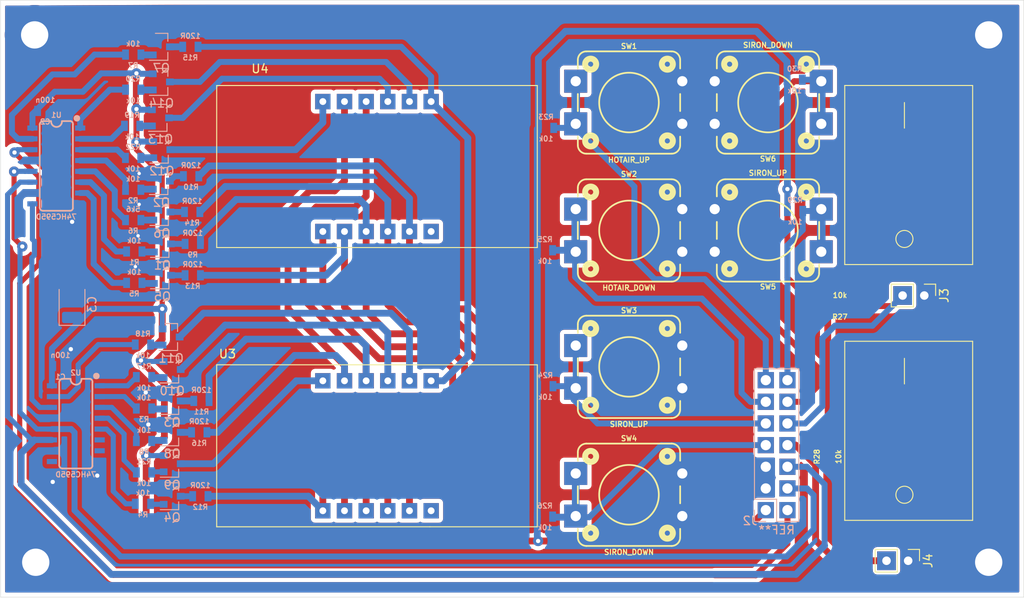
<source format=kicad_pcb>
(kicad_pcb (version 20171130) (host pcbnew "(5.1.5)-3")
  (layers (0 F.Cu signal) (31 B.Cu signal) (34 B.Paste user hide) (35 F.Paste user hide) (36 B.SilkS user) (37 F.SilkS user) (38 B.Mask user hide) (39 F.Mask user hide) (44 Edge.Cuts user))
  (net 0 "")
  (net 1 HOTAIR_UP_SW)
  (net 2 HOTAIR_DOWN_SW)
  (net 3 SOLDER_UP_SW)
  (net 4 SOLDER_DOWN_SW)
  (net 5 HOTAIR_ON_SW)
  (net 6 SOLDER_ON_SW)
  (net 7 GND)
  (net 8 7SEG_LATCH)
  (net 9 7SEG_CLK)
  (net 10 7SEG_DIN)
  (net 11 +3V3)
  (net 12 "Net-(Q1-Pad3)")
  (net 13 "Net-(Q1-Pad1)")
  (net 14 "Net-(Q2-Pad3)")
  (net 15 "Net-(Q2-Pad1)")
  (net 16 "Net-(Q3-Pad3)")
  (net 17 "Net-(Q3-Pad1)")
  (net 18 "Net-(Q4-Pad3)")
  (net 19 "Net-(Q4-Pad1)")
  (net 20 "Net-(Q5-Pad3)")
  (net 21 "Net-(Q5-Pad1)")
  (net 22 "Net-(Q6-Pad3)")
  (net 23 "Net-(Q6-Pad1)")
  (net 24 "Net-(Q7-Pad3)")
  (net 25 "Net-(Q7-Pad1)")
  (net 26 "Net-(Q8-Pad3)")
  (net 27 "Net-(Q8-Pad1)")
  (net 28 "Net-(Q9-Pad3)")
  (net 29 "Net-(Q9-Pad1)")
  (net 30 "Net-(Q10-Pad3)")
  (net 31 "Net-(Q10-Pad1)")
  (net 32 "Net-(Q11-Pad3)")
  (net 33 "Net-(Q11-Pad1)")
  (net 34 "Net-(Q12-Pad3)")
  (net 35 "Net-(Q12-Pad1)")
  (net 36 "Net-(Q13-Pad3)")
  (net 37 "Net-(Q13-Pad1)")
  (net 38 "Net-(Q14-Pad3)")
  (net 39 "Net-(Q14-Pad1)")
  (net 40 "Net-(R9-Pad2)")
  (net 41 "Net-(R10-Pad2)")
  (net 42 "Net-(R11-Pad2)")
  (net 43 "Net-(R12-Pad2)")
  (net 44 "Net-(R13-Pad2)")
  (net 45 "Net-(R14-Pad2)")
  (net 46 "Net-(R15-Pad2)")
  (net 47 "Net-(R16-Pad2)")
  (net 48 "Net-(U1-Pad9)")
  (net 49 SEG_DP)
  (net 50 SEG_G)
  (net 51 SEG_F)
  (net 52 SEG_E)
  (net 53 SEG_D)
  (net 54 SEG_C)
  (net 55 SEG_B)
  (net 56 SEG_A)
  (net 57 IRON_DIG2)
  (net 58 IRON_DIG3)
  (net 59 HOTAIR_DIG2)
  (net 60 HOTAIR_DIG3)
  (net 61 IRON_DIG1)
  (net 62 HOTAIR_DIG1)
  (net 63 HOTAIR_FAN_UP_SW)
  (net 64 HOTAIR_FAN_DOWN_SW)
  (module Capacitor_Tantalum_SMD:CP_EIA-3528-21_Kemet-B (layer B.Cu) (at 107.38104 59.66968 90)
    (fp_text reference C3 (at 0 2.35 270) (layer B.SilkS) (effects (justify mirror)))
    (fp_text value 47u)
    (pad 2 smd roundrect (at 1.5375 0 90) (size 1.325 2.35) (layers B.Cu B.Paste B.Mask) (roundrect_rratio 0.188679) (net 7 GND))
    (pad 1 smd roundrect (at -1.5375 0 90) (size 1.325 2.35) (layers B.Cu B.Paste B.Mask) (roundrect_rratio 0.188679) (net 11 +3V3))
  )
  (module Switches:TACTILE_SWITCH_PTH_12MM (layer F.Cu) (at 172.7 82)
    (fp_text reference SW4 (at 0 -6.604) (layer F.SilkS) (effects (font (size 0.6096 0.6096) (thickness 0.127))))
    (fp_text value SIRON_DOWN (at 0 6.731) (layer F.SilkS) (effects (font (size 0.6096 0.6096) (thickness 0.127))))
    (pad 2 thru_hole rect (at -6.2484 -2.49936) (size 2.7 2.7) (drill 1.19888) (layers *.Cu *.Mask) (net 4 SOLDER_DOWN_SW))
    (pad 1 thru_hole rect (at 6.2484 -2.49936) (size 2.7 2.7) (drill 1.19888) (layers *.Cu *.Mask) (net 7 GND))
    (pad 2 thru_hole rect (at -6.2484 2.49936) (size 2.7 2.7) (drill 1.19888) (layers *.Cu *.Mask) (net 4 SOLDER_DOWN_SW))
    (pad 1 thru_hole rect (at 6.2484 2.49936) (size 2.7 2.7) (drill 1.19888) (layers *.Cu *.Mask) (net 7 GND))
  )
  (module Switches:TACTILE_SWITCH_PTH_12MM (layer F.Cu) (at 172.7 67)
    (fp_text reference SW3 (at 0 -6.604) (layer F.SilkS) (effects (font (size 0.6096 0.6096) (thickness 0.127))))
    (fp_text value SIRON_UP (at 0 6.731) (layer F.SilkS) (effects (font (size 0.6096 0.6096) (thickness 0.127))))
    (pad 2 thru_hole rect (at -6.2484 -2.49936) (size 2.7 2.7) (drill 1.19888) (layers *.Cu *.Mask) (net 3 SOLDER_UP_SW))
    (pad 1 thru_hole rect (at 6.2484 -2.49936) (size 2.7 2.7) (drill 1.19888) (layers *.Cu *.Mask) (net 7 GND))
    (pad 2 thru_hole rect (at -6.2484 2.49936) (size 2.7 2.7) (drill 1.19888) (layers *.Cu *.Mask) (net 3 SOLDER_UP_SW))
    (pad 1 thru_hole rect (at 6.2484 2.49936) (size 2.7 2.7) (drill 1.19888) (layers *.Cu *.Mask) (net 7 GND))
  )
  (module Switches:TACTILE_SWITCH_PTH_12MM (layer F.Cu) (at 172.7 51)
    (fp_text reference SW2 (at 0 -6.604) (layer F.SilkS) (effects (font (size 0.6096 0.6096) (thickness 0.127))))
    (fp_text value HOTAIR_DOWN (at 0 6.731) (layer F.SilkS) (effects (font (size 0.6096 0.6096) (thickness 0.127))))
    (pad 2 thru_hole rect (at -6.2484 -2.49936) (size 2.7 2.7) (drill 1.19888) (layers *.Cu *.Mask) (net 2 HOTAIR_DOWN_SW))
    (pad 1 thru_hole rect (at 6.2484 -2.49936) (size 2.7 2.7) (drill 1.19888) (layers *.Cu *.Mask) (net 7 GND))
    (pad 2 thru_hole rect (at -6.2484 2.49936) (size 2.7 2.7) (drill 1.19888) (layers *.Cu *.Mask) (net 2 HOTAIR_DOWN_SW))
    (pad 1 thru_hole rect (at 6.2484 2.49936) (size 2.7 2.7) (drill 1.19888) (layers *.Cu *.Mask) (net 7 GND))
  )
  (module Switches:TACTILE_SWITCH_PTH_12MM (layer F.Cu) (at 172.7 36)
    (fp_text reference SW1 (at 0 -6.604) (layer F.SilkS) (effects (font (size 0.6096 0.6096) (thickness 0.127))))
    (fp_text value HOTAIR_UP (at 0 6.731) (layer F.SilkS) (effects (font (size 0.6096 0.6096) (thickness 0.127))))
    (pad 2 thru_hole rect (at -6.2484 -2.49936) (size 2.7 2.7) (drill 1.19888) (layers *.Cu *.Mask) (net 1 HOTAIR_UP_SW))
    (pad 1 thru_hole rect (at 6.2484 -2.49936) (size 2.7 2.7) (drill 1.19888) (layers *.Cu *.Mask) (net 7 GND))
    (pad 2 thru_hole rect (at -6.2484 2.49936) (size 2.7 2.7) (drill 1.19888) (layers *.Cu *.Mask) (net 1 HOTAIR_UP_SW))
    (pad 1 thru_hole rect (at 6.2484 2.49936) (size 2.7 2.7) (drill 1.19888) (layers *.Cu *.Mask) (net 7 GND))
  )
  (module Switches:TACTILE_SWITCH_PTH_12MM (layer F.Cu) (at 189 36 180)
    (fp_text reference SW6 (at 0 -6.604) (layer F.SilkS) (effects (font (size 0.6096 0.6096) (thickness 0.127))))
    (fp_text value SIRON_DOWN (at 0 6.731) (layer F.SilkS) (effects (font (size 0.6096 0.6096) (thickness 0.127))))
    (pad 2 thru_hole rect (at -6.2484 -2.49936 180) (size 2.7 2.7) (drill 1.19888) (layers *.Cu *.Mask) (net 64 HOTAIR_FAN_DOWN_SW))
    (pad 1 thru_hole rect (at 6.2484 -2.49936 180) (size 2.7 2.7) (drill 1.19888) (layers *.Cu *.Mask) (net 7 GND))
    (pad 2 thru_hole rect (at -6.2484 2.49936 180) (size 2.7 2.7) (drill 1.19888) (layers *.Cu *.Mask) (net 64 HOTAIR_FAN_DOWN_SW))
    (pad 1 thru_hole rect (at 6.2484 2.49936 180) (size 2.7 2.7) (drill 1.19888) (layers *.Cu *.Mask) (net 7 GND))
  )
  (module Switches:TACTILE_SWITCH_PTH_12MM (layer F.Cu) (at 189 51 180)
    (fp_text reference SW5 (at 0 -6.604 180) (layer F.SilkS) (effects (font (size 0.6096 0.6096) (thickness 0.127))))
    (fp_text value SIRON_UP (at 0 6.731 180) (layer F.SilkS) (effects (font (size 0.6096 0.6096) (thickness 0.127))))
    (pad 2 thru_hole rect (at -6.2484 -2.49936 180) (size 2.7 2.7) (drill 1.19888) (layers *.Cu *.Mask) (net 63 HOTAIR_FAN_UP_SW))
    (pad 1 thru_hole rect (at 6.2484 -2.49936 180) (size 2.7 2.7) (drill 1.19888) (layers *.Cu *.Mask) (net 7 GND))
    (pad 2 thru_hole rect (at -6.2484 2.49936 180) (size 2.7 2.7) (drill 1.19888) (layers *.Cu *.Mask) (net 63 HOTAIR_FAN_UP_SW))
    (pad 1 thru_hole rect (at 6.2484 2.49936 180) (size 2.7 2.7) (drill 1.19888) (layers *.Cu *.Mask) (net 7 GND))
  )
  (module Capacitors:0805 (layer B.Cu) (at 104.2416 36.9824)
    (fp_text reference C2 (at 0 1.27) (layer B.SilkS) (effects (font (size 0.6096 0.6096) (thickness 0.127)) (justify mirror)))
    (fp_text value 100n (at 0 -1.27) (layer B.SilkS) (effects (font (size 0.6096 0.6096) (thickness 0.127)) (justify mirror)))
    (pad 2 smd rect (at 0.89916 0) (size 0.79756 1.19888) (layers B.Cu B.Paste B.Mask) (net 7 GND))
    (pad 1 smd rect (at -0.89916 0) (size 0.79756 1.19888) (layers B.Cu B.Paste B.Mask) (net 11 +3V3))
  )
  (module Capacitors:0805 (layer B.Cu) (at 106.0196 66.9036)
    (fp_text reference C1 (at 0 1.27) (layer B.SilkS) (effects (font (size 0.6096 0.6096) (thickness 0.127)) (justify mirror)))
    (fp_text value 100n (at 0 -1.27) (layer B.SilkS) (effects (font (size 0.6096 0.6096) (thickness 0.127)) (justify mirror)))
    (pad 2 smd rect (at 0.89916 0) (size 0.79756 1.19888) (layers B.Cu B.Paste B.Mask) (net 7 GND))
    (pad 1 smd rect (at -0.89916 0) (size 0.79756 1.19888) (layers B.Cu B.Paste B.Mask) (net 11 +3V3))
  )
  (module Package_TO_SOT_SMD:SOT-23 (layer B.Cu) (at 117.9068 41.529)
    (fp_text reference Q12 (at 0 2.5 180) (layer B.SilkS) (effects (justify mirror)))
    (fp_text value BC807)
    (pad 3 smd rect (at 1 0) (size 0.9 0.8) (layers B.Cu B.Paste B.Mask) (net 34 "Net-(Q12-Pad3)"))
    (pad 2 smd rect (at -1 -0.95) (size 0.9 0.8) (layers B.Cu B.Paste B.Mask) (net 11 +3V3))
    (pad 1 smd rect (at -1 0.95) (size 0.9 0.8) (layers B.Cu B.Paste B.Mask) (net 35 "Net-(Q12-Pad1)"))
  )
  (module Capacitors:0805 (layer B.Cu) (at 192.1256 33.3248 180)
    (fp_text reference R30 (at 0 1.27) (layer B.SilkS) (effects (font (size 0.6096 0.6096) (thickness 0.127)) (justify mirror)))
    (fp_text value 10k (at 0 -1.27) (layer B.SilkS) (effects (font (size 0.6096 0.6096) (thickness 0.127)) (justify mirror)))
    (pad 2 smd rect (at 0.89916 0 180) (size 0.79756 1.19888) (layers B.Cu B.Paste B.Mask) (net 11 +3V3))
    (pad 1 smd rect (at -0.89916 0 180) (size 0.79756 1.19888) (layers B.Cu B.Paste B.Mask) (net 64 HOTAIR_FAN_DOWN_SW))
  )
  (module Capacitors:0805 (layer B.Cu) (at 192.1764 48.7172 180)
    (fp_text reference R29 (at 0 1.27) (layer B.SilkS) (effects (font (size 0.6096 0.6096) (thickness 0.127)) (justify mirror)))
    (fp_text value 10k (at 0 -1.27) (layer B.SilkS) (effects (font (size 0.6096 0.6096) (thickness 0.127)) (justify mirror)))
    (pad 2 smd rect (at 0.89916 0 180) (size 0.79756 1.19888) (layers B.Cu B.Paste B.Mask) (net 11 +3V3))
    (pad 1 smd rect (at -0.89916 0 180) (size 0.79756 1.19888) (layers B.Cu B.Paste B.Mask) (net 63 HOTAIR_FAN_UP_SW))
  )
  (module Package_TO_SOT_SMD:SOT-23 (layer B.Cu) (at 119.126 74.676)
    (fp_text reference Q8 (at 0 2.5) (layer B.SilkS) (effects (justify mirror)))
    (fp_text value BC817)
    (pad 3 smd rect (at 1 0) (size 0.9 0.8) (layers B.Cu B.Paste B.Mask) (net 26 "Net-(Q8-Pad3)"))
    (pad 2 smd rect (at -1 -0.95) (size 0.9 0.8) (layers B.Cu B.Paste B.Mask) (net 7 GND))
    (pad 1 smd rect (at -1 0.95) (size 0.9 0.8) (layers B.Cu B.Paste B.Mask) (net 27 "Net-(Q8-Pad1)"))
  )
  (module Silicon-Standard:SO16 (layer B.Cu) (at 107.823 73.66 270)
    (fp_text reference U2 (at -5.969 0 180) (layer B.SilkS) (effects (font (size 0.6096 0.6096) (thickness 0.127)) (justify mirror)))
    (fp_text value 74HC595D (at 5.969 0 180) (layer B.SilkS) (effects (font (size 0.6096 0.6096) (thickness 0.127)) (justify mirror)))
    (pad 16 smd rect (at -4.445 2.79908 270) (size 0.59944 1.19888) (layers B.Cu B.Paste B.Mask) (net 11 +3V3))
    (pad 15 smd rect (at -3.175 2.79908 270) (size 0.59944 1.19888) (layers B.Cu B.Paste B.Mask) (net 58 IRON_DIG3))
    (pad 14 smd rect (at -1.905 2.79908 270) (size 0.59944 1.19888) (layers B.Cu B.Paste B.Mask) (net 48 "Net-(U1-Pad9)"))
    (pad 13 smd rect (at -0.635 2.79908 270) (size 0.59944 1.19888) (layers B.Cu B.Paste B.Mask) (net 7 GND))
    (pad 12 smd rect (at 0.635 2.79908 270) (size 0.59944 1.19888) (layers B.Cu B.Paste B.Mask) (net 8 7SEG_LATCH))
    (pad 11 smd rect (at 1.905 2.79908 270) (size 0.59944 1.19888) (layers B.Cu B.Paste B.Mask) (net 9 7SEG_CLK))
    (pad 10 smd rect (at 3.175 2.79908 270) (size 0.59944 1.19888) (layers B.Cu B.Paste B.Mask) (net 7 GND))
    (pad 9 smd rect (at 4.445 2.79908 270) (size 0.59944 1.19888) (layers B.Cu B.Paste B.Mask))
    (pad 8 smd rect (at 4.445 -2.79908 270) (size 0.59944 1.19888) (layers B.Cu B.Paste B.Mask) (net 7 GND))
    (pad 7 smd rect (at 3.175 -2.79908 270) (size 0.59944 1.19888) (layers B.Cu B.Paste B.Mask))
    (pad 6 smd rect (at 1.905 -2.79908 270) (size 0.59944 1.19888) (layers B.Cu B.Paste B.Mask))
    (pad 5 smd rect (at 0.635 -2.79908 270) (size 0.59944 1.19888) (layers B.Cu B.Paste B.Mask) (net 52 SEG_E))
    (pad 4 smd rect (at -0.635 -2.79908 270) (size 0.59944 1.19888) (layers B.Cu B.Paste B.Mask) (net 61 IRON_DIG1))
    (pad 3 smd rect (at -1.905 -2.79908 270) (size 0.59944 1.19888) (layers B.Cu B.Paste B.Mask) (net 56 SEG_A))
    (pad 2 smd rect (at -3.175 -2.79908 270) (size 0.59944 1.19888) (layers B.Cu B.Paste B.Mask) (net 51 SEG_F))
    (pad 1 smd rect (at -4.445 -2.79908 270) (size 0.59944 1.19888) (layers B.Cu B.Paste B.Mask) (net 57 IRON_DIG2))
  )
  (module Silicon-Standard:SO16 (layer B.Cu) (at 105.537 43.434 270)
    (fp_text reference U1 (at -5.969 0 180) (layer B.SilkS) (effects (font (size 0.6096 0.6096) (thickness 0.127)) (justify mirror)))
    (fp_text value 74HC595D (at 5.969 0 180) (layer B.SilkS) (effects (font (size 0.6096 0.6096) (thickness 0.127)) (justify mirror)))
    (pad 16 smd rect (at -4.445 2.79908 270) (size 0.59944 1.19888) (layers B.Cu B.Paste B.Mask) (net 11 +3V3))
    (pad 15 smd rect (at -3.175 2.79908 270) (size 0.59944 1.19888) (layers B.Cu B.Paste B.Mask) (net 55 SEG_B))
    (pad 14 smd rect (at -1.905 2.79908 270) (size 0.59944 1.19888) (layers B.Cu B.Paste B.Mask) (net 10 7SEG_DIN))
    (pad 13 smd rect (at -0.635 2.79908 270) (size 0.59944 1.19888) (layers B.Cu B.Paste B.Mask) (net 7 GND))
    (pad 12 smd rect (at 0.635 2.79908 270) (size 0.59944 1.19888) (layers B.Cu B.Paste B.Mask) (net 8 7SEG_LATCH))
    (pad 11 smd rect (at 1.905 2.79908 270) (size 0.59944 1.19888) (layers B.Cu B.Paste B.Mask) (net 9 7SEG_CLK))
    (pad 10 smd rect (at 3.175 2.79908 270) (size 0.59944 1.19888) (layers B.Cu B.Paste B.Mask) (net 7 GND))
    (pad 9 smd rect (at 4.445 2.79908 270) (size 0.59944 1.19888) (layers B.Cu B.Paste B.Mask) (net 48 "Net-(U1-Pad9)"))
    (pad 8 smd rect (at 4.445 -2.79908 270) (size 0.59944 1.19888) (layers B.Cu B.Paste B.Mask) (net 7 GND))
    (pad 7 smd rect (at 3.175 -2.79908 270) (size 0.59944 1.19888) (layers B.Cu B.Paste B.Mask) (net 53 SEG_D))
    (pad 6 smd rect (at 1.905 -2.79908 270) (size 0.59944 1.19888) (layers B.Cu B.Paste B.Mask) (net 49 SEG_DP))
    (pad 5 smd rect (at 0.635 -2.79908 270) (size 0.59944 1.19888) (layers B.Cu B.Paste B.Mask) (net 54 SEG_C))
    (pad 4 smd rect (at -0.635 -2.79908 270) (size 0.59944 1.19888) (layers B.Cu B.Paste B.Mask) (net 50 SEG_G))
    (pad 3 smd rect (at -1.905 -2.79908 270) (size 0.59944 1.19888) (layers B.Cu B.Paste B.Mask) (net 62 HOTAIR_DIG1))
    (pad 2 smd rect (at -3.175 -2.79908 270) (size 0.59944 1.19888) (layers B.Cu B.Paste B.Mask) (net 59 HOTAIR_DIG2))
    (pad 1 smd rect (at -4.445 -2.79908 270) (size 0.59944 1.19888) (layers B.Cu B.Paste B.Mask) (net 60 HOTAIR_DIG3))
  )
  (module Capacitors:0805 (layer F.Cu) (at 196.00672 77.54112 90)
    (fp_text reference R28 (at 0 -1.27 270) (layer F.SilkS) (effects (font (size 0.6096 0.6096) (thickness 0.127))))
    (fp_text value 10k (at 0 1.27 270) (layer F.SilkS) (effects (font (size 0.6096 0.6096) (thickness 0.127))))
    (pad 2 smd rect (at 0.89916 0 90) (size 0.79756 1.19888) (layers F.Cu F.Paste F.Mask) (net 11 +3V3))
    (pad 1 smd rect (at -0.89916 0 90) (size 0.79756 1.19888) (layers F.Cu F.Paste F.Mask) (net 6 SOLDER_ON_SW))
  )
  (module Capacitors:0805 (layer F.Cu) (at 197.43928 59.87288 180)
    (fp_text reference R27 (at 0 -1.27) (layer F.SilkS) (effects (font (size 0.6096 0.6096) (thickness 0.127))))
    (fp_text value 10k (at 0 1.27) (layer F.SilkS) (effects (font (size 0.6096 0.6096) (thickness 0.127))))
    (pad 2 smd rect (at 0.89916 0 180) (size 0.79756 1.19888) (layers F.Cu F.Paste F.Mask) (net 11 +3V3))
    (pad 1 smd rect (at -0.89916 0 180) (size 0.79756 1.19888) (layers F.Cu F.Paste F.Mask) (net 5 HOTAIR_ON_SW))
  )
  (module Capacitors:0805 (layer B.Cu) (at 162.844 84.566 180)
    (fp_text reference R26 (at 0 1.27) (layer B.SilkS) (effects (font (size 0.6096 0.6096) (thickness 0.127)) (justify mirror)))
    (fp_text value 10k (at 0 -1.27) (layer B.SilkS) (effects (font (size 0.6096 0.6096) (thickness 0.127)) (justify mirror)))
    (pad 2 smd rect (at 0.89916 0 180) (size 0.79756 1.19888) (layers B.Cu B.Paste B.Mask) (net 11 +3V3))
    (pad 1 smd rect (at -0.89916 0 180) (size 0.79756 1.19888) (layers B.Cu B.Paste B.Mask) (net 4 SOLDER_DOWN_SW))
  )
  (module Capacitors:0805 (layer B.Cu) (at 162.844 53.324 180)
    (fp_text reference R25 (at 0 1.27) (layer B.SilkS) (effects (font (size 0.6096 0.6096) (thickness 0.127)) (justify mirror)))
    (fp_text value 10k (at 0 -1.27) (layer B.SilkS) (effects (font (size 0.6096 0.6096) (thickness 0.127)) (justify mirror)))
    (pad 2 smd rect (at 0.89916 0 180) (size 0.79756 1.19888) (layers B.Cu B.Paste B.Mask) (net 11 +3V3))
    (pad 1 smd rect (at -0.89916 0 180) (size 0.79756 1.19888) (layers B.Cu B.Paste B.Mask) (net 2 HOTAIR_DOWN_SW))
  )
  (module Capacitors:0805 (layer B.Cu) (at 162.88512 69.2658 180)
    (fp_text reference R24 (at 0 1.27) (layer B.SilkS) (effects (font (size 0.6096 0.6096) (thickness 0.127)) (justify mirror)))
    (fp_text value 10k (at 0 -1.27) (layer B.SilkS) (effects (font (size 0.6096 0.6096) (thickness 0.127)) (justify mirror)))
    (pad 2 smd rect (at 0.89916 0 180) (size 0.79756 1.19888) (layers B.Cu B.Paste B.Mask) (net 11 +3V3))
    (pad 1 smd rect (at -0.89916 0 180) (size 0.79756 1.19888) (layers B.Cu B.Paste B.Mask) (net 3 SOLDER_UP_SW))
  )
  (module Capacitors:0805 (layer B.Cu) (at 162.971 38.973 180)
    (fp_text reference R23 (at 0 1.27) (layer B.SilkS) (effects (font (size 0.6096 0.6096) (thickness 0.127)) (justify mirror)))
    (fp_text value 10k (at 0 -1.27) (layer B.SilkS) (effects (font (size 0.6096 0.6096) (thickness 0.127)) (justify mirror)))
    (pad 2 smd rect (at 0.89916 0 180) (size 0.79756 1.19888) (layers B.Cu B.Paste B.Mask) (net 11 +3V3))
    (pad 1 smd rect (at -0.89916 0 180) (size 0.79756 1.19888) (layers B.Cu B.Paste B.Mask) (net 1 HOTAIR_UP_SW))
  )
  (module Capacitors:0805 (layer B.Cu) (at 114.54384 42.4942 180)
    (fp_text reference R22 (at 0 1.27) (layer B.SilkS) (effects (font (size 0.6096 0.6096) (thickness 0.127)) (justify mirror)))
    (fp_text value 10k (at 0 -1.27) (layer B.SilkS) (effects (font (size 0.6096 0.6096) (thickness 0.127)) (justify mirror)))
    (pad 2 smd rect (at 0.89916 0 180) (size 0.79756 1.19888) (layers B.Cu B.Paste B.Mask) (net 62 HOTAIR_DIG1))
    (pad 1 smd rect (at -0.89916 0 180) (size 0.79756 1.19888) (layers B.Cu B.Paste B.Mask) (net 35 "Net-(Q12-Pad1)"))
  )
  (module Capacitors:0805 (layer B.Cu) (at 115.824 79.375 180)
    (fp_text reference R21 (at 0 1.27) (layer B.SilkS) (effects (font (size 0.6096 0.6096) (thickness 0.127)) (justify mirror)))
    (fp_text value 10k (at 0 -1.27) (layer B.SilkS) (effects (font (size 0.6096 0.6096) (thickness 0.127)) (justify mirror)))
    (pad 2 smd rect (at 0.89916 0 180) (size 0.79756 1.19888) (layers B.Cu B.Paste B.Mask) (net 61 IRON_DIG1))
    (pad 1 smd rect (at -0.89916 0 180) (size 0.79756 1.19888) (layers B.Cu B.Paste B.Mask) (net 29 "Net-(Q9-Pad1)"))
  )
  (module Capacitors:0805 (layer B.Cu) (at 114.554 34.4932 180)
    (fp_text reference R20 (at 0 1.27) (layer B.SilkS) (effects (font (size 0.6096 0.6096) (thickness 0.127)) (justify mirror)))
    (fp_text value 10k (at 0 -1.27) (layer B.SilkS) (effects (font (size 0.6096 0.6096) (thickness 0.127)) (justify mirror)))
    (pad 2 smd rect (at 0.89916 0 180) (size 0.79756 1.19888) (layers B.Cu B.Paste B.Mask) (net 60 HOTAIR_DIG3))
    (pad 1 smd rect (at -0.89916 0 180) (size 0.79756 1.19888) (layers B.Cu B.Paste B.Mask) (net 39 "Net-(Q14-Pad1)"))
  )
  (module Capacitors:0805 (layer B.Cu) (at 114.427 38.735 180)
    (fp_text reference R19 (at 0 1.27) (layer B.SilkS) (effects (font (size 0.6096 0.6096) (thickness 0.127)) (justify mirror)))
    (fp_text value 10k (at 0 -1.27) (layer B.SilkS) (effects (font (size 0.6096 0.6096) (thickness 0.127)) (justify mirror)))
    (pad 2 smd rect (at 0.89916 0 180) (size 0.79756 1.19888) (layers B.Cu B.Paste B.Mask) (net 59 HOTAIR_DIG2))
    (pad 1 smd rect (at -0.89916 0 180) (size 0.79756 1.19888) (layers B.Cu B.Paste B.Mask) (net 37 "Net-(Q13-Pad1)"))
  )
  (module Capacitors:0805 (layer B.Cu) (at 115.697 64.389 180)
    (fp_text reference R18 (at 0 1.27) (layer B.SilkS) (effects (font (size 0.6096 0.6096) (thickness 0.127)) (justify mirror)))
    (fp_text value 10k (at 0 -1.27) (layer B.SilkS) (effects (font (size 0.6096 0.6096) (thickness 0.127)) (justify mirror)))
    (pad 2 smd rect (at 0.89916 0 180) (size 0.79756 1.19888) (layers B.Cu B.Paste B.Mask) (net 58 IRON_DIG3))
    (pad 1 smd rect (at -0.89916 0 180) (size 0.79756 1.19888) (layers B.Cu B.Paste B.Mask) (net 33 "Net-(Q11-Pad1)"))
  )
  (module Capacitors:0805 (layer B.Cu) (at 115.824 68.199 180)
    (fp_text reference R17 (at 0 1.27) (layer B.SilkS) (effects (font (size 0.6096 0.6096) (thickness 0.127)) (justify mirror)))
    (fp_text value 10k (at 0 -1.27) (layer B.SilkS) (effects (font (size 0.6096 0.6096) (thickness 0.127)) (justify mirror)))
    (pad 2 smd rect (at 0.89916 0 180) (size 0.79756 1.19888) (layers B.Cu B.Paste B.Mask) (net 57 IRON_DIG2))
    (pad 1 smd rect (at -0.89916 0 180) (size 0.79756 1.19888) (layers B.Cu B.Paste B.Mask) (net 31 "Net-(Q10-Pad1)"))
  )
  (module Capacitors:0805 (layer B.Cu) (at 122.301 74.676)
    (fp_text reference R16 (at 0 1.27) (layer B.SilkS) (effects (font (size 0.6096 0.6096) (thickness 0.127)) (justify mirror)))
    (fp_text value 120R (at 0 -1.27) (layer B.SilkS) (effects (font (size 0.6096 0.6096) (thickness 0.127)) (justify mirror)))
    (pad 2 smd rect (at 0.89916 0) (size 0.79756 1.19888) (layers B.Cu B.Paste B.Mask) (net 47 "Net-(R16-Pad2)"))
    (pad 1 smd rect (at -0.89916 0) (size 0.79756 1.19888) (layers B.Cu B.Paste B.Mask) (net 26 "Net-(Q8-Pad3)"))
  )
  (module Capacitors:0805 (layer B.Cu) (at 121.2596 29.464)
    (fp_text reference R15 (at 0 1.27) (layer B.SilkS) (effects (font (size 0.6096 0.6096) (thickness 0.127)) (justify mirror)))
    (fp_text value 120R (at 0 -1.27) (layer B.SilkS) (effects (font (size 0.6096 0.6096) (thickness 0.127)) (justify mirror)))
    (pad 2 smd rect (at 0.89916 0) (size 0.79756 1.19888) (layers B.Cu B.Paste B.Mask) (net 46 "Net-(R15-Pad2)"))
    (pad 1 smd rect (at -0.89916 0) (size 0.79756 1.19888) (layers B.Cu B.Paste B.Mask) (net 24 "Net-(Q7-Pad3)"))
  )
  (module Capacitors:0805 (layer B.Cu) (at 121.471 48.833)
    (fp_text reference R14 (at 0 1.27) (layer B.SilkS) (effects (font (size 0.6096 0.6096) (thickness 0.127)) (justify mirror)))
    (fp_text value 120R (at 0 -1.27) (layer B.SilkS) (effects (font (size 0.6096 0.6096) (thickness 0.127)) (justify mirror)))
    (pad 2 smd rect (at 0.89916 0) (size 0.79756 1.19888) (layers B.Cu B.Paste B.Mask) (net 45 "Net-(R14-Pad2)"))
    (pad 1 smd rect (at -0.89916 0) (size 0.79756 1.19888) (layers B.Cu B.Paste B.Mask) (net 22 "Net-(Q6-Pad3)"))
  )
  (module Capacitors:0805 (layer B.Cu) (at 121.539 56.261)
    (fp_text reference R13 (at 0 1.27) (layer B.SilkS) (effects (font (size 0.6096 0.6096) (thickness 0.127)) (justify mirror)))
    (fp_text value 120R (at 0 -1.27) (layer B.SilkS) (effects (font (size 0.6096 0.6096) (thickness 0.127)) (justify mirror)))
    (pad 2 smd rect (at 0.89916 0) (size 0.79756 1.19888) (layers B.Cu B.Paste B.Mask) (net 44 "Net-(R13-Pad2)"))
    (pad 1 smd rect (at -0.89916 0) (size 0.79756 1.19888) (layers B.Cu B.Paste B.Mask) (net 20 "Net-(Q5-Pad3)"))
  )
  (module Capacitors:0805 (layer B.Cu) (at 122.428 82.169)
    (fp_text reference R12 (at 0 1.27) (layer B.SilkS) (effects (font (size 0.6096 0.6096) (thickness 0.127)) (justify mirror)))
    (fp_text value 120R (at 0 -1.27) (layer B.SilkS) (effects (font (size 0.6096 0.6096) (thickness 0.127)) (justify mirror)))
    (pad 2 smd rect (at 0.89916 0) (size 0.79756 1.19888) (layers B.Cu B.Paste B.Mask) (net 43 "Net-(R12-Pad2)"))
    (pad 1 smd rect (at -0.89916 0) (size 0.79756 1.19888) (layers B.Cu B.Paste B.Mask) (net 18 "Net-(Q4-Pad3)"))
  )
  (module Capacitors:0805 (layer B.Cu) (at 122.555 70.993)
    (fp_text reference R11 (at 0 1.27) (layer B.SilkS) (effects (font (size 0.6096 0.6096) (thickness 0.127)) (justify mirror)))
    (fp_text value 120R (at 0 -1.27) (layer B.SilkS) (effects (font (size 0.6096 0.6096) (thickness 0.127)) (justify mirror)))
    (pad 2 smd rect (at 0.89916 0) (size 0.79756 1.19888) (layers B.Cu B.Paste B.Mask) (net 42 "Net-(R11-Pad2)"))
    (pad 1 smd rect (at -0.89916 0) (size 0.79756 1.19888) (layers B.Cu B.Paste B.Mask) (net 16 "Net-(Q3-Pad3)"))
  )
  (module Capacitors:0805 (layer B.Cu) (at 121.344 44.642)
    (fp_text reference R10 (at 0 1.27) (layer B.SilkS) (effects (font (size 0.6096 0.6096) (thickness 0.127)) (justify mirror)))
    (fp_text value 120R (at 0 -1.27) (layer B.SilkS) (effects (font (size 0.6096 0.6096) (thickness 0.127)) (justify mirror)))
    (pad 2 smd rect (at 0.89916 0) (size 0.79756 1.19888) (layers B.Cu B.Paste B.Mask) (net 41 "Net-(R10-Pad2)"))
    (pad 1 smd rect (at -0.89916 0) (size 0.79756 1.19888) (layers B.Cu B.Paste B.Mask) (net 14 "Net-(Q2-Pad3)"))
  )
  (module Capacitors:0805 (layer B.Cu) (at 121.539 52.578)
    (fp_text reference R9 (at 0 1.27) (layer B.SilkS) (effects (font (size 0.6096 0.6096) (thickness 0.127)) (justify mirror)))
    (fp_text value 120R (at 0 -1.27) (layer B.SilkS) (effects (font (size 0.6096 0.6096) (thickness 0.127)) (justify mirror)))
    (pad 2 smd rect (at 0.89916 0) (size 0.79756 1.19888) (layers B.Cu B.Paste B.Mask) (net 40 "Net-(R9-Pad2)"))
    (pad 1 smd rect (at -0.89916 0) (size 0.79756 1.19888) (layers B.Cu B.Paste B.Mask) (net 12 "Net-(Q1-Pad3)"))
  )
  (module Capacitors:0805 (layer B.Cu) (at 115.824 75.692)
    (fp_text reference R8 (at 0 1.27) (layer B.SilkS) (effects (font (size 0.6096 0.6096) (thickness 0.127)) (justify mirror)))
    (fp_text value 10k (at 0 -1.27) (layer B.SilkS) (effects (font (size 0.6096 0.6096) (thickness 0.127)) (justify mirror)))
    (pad 2 smd rect (at 0.89916 0) (size 0.79756 1.19888) (layers B.Cu B.Paste B.Mask) (net 27 "Net-(Q8-Pad1)"))
    (pad 1 smd rect (at -0.89916 0) (size 0.79756 1.19888) (layers B.Cu B.Paste B.Mask) (net 56 SEG_A))
  )
  (module Capacitors:0805 (layer B.Cu) (at 114.554 30.3784)
    (fp_text reference R7 (at 0 1.27) (layer B.SilkS) (effects (font (size 0.6096 0.6096) (thickness 0.127)) (justify mirror)))
    (fp_text value 10k (at 0 -1.27) (layer B.SilkS) (effects (font (size 0.6096 0.6096) (thickness 0.127)) (justify mirror)))
    (pad 2 smd rect (at 0.89916 0) (size 0.79756 1.19888) (layers B.Cu B.Paste B.Mask) (net 25 "Net-(Q7-Pad1)"))
    (pad 1 smd rect (at -0.89916 0) (size 0.79756 1.19888) (layers B.Cu B.Paste B.Mask) (net 55 SEG_B))
  )
  (module Capacitors:0805 (layer B.Cu) (at 114.554 49.784)
    (fp_text reference R6 (at 0 1.27) (layer B.SilkS) (effects (font (size 0.6096 0.6096) (thickness 0.127)) (justify mirror)))
    (fp_text value 5k6 (at 0 -1.27) (layer B.SilkS) (effects (font (size 0.6096 0.6096) (thickness 0.127)) (justify mirror)))
    (pad 2 smd rect (at 0.89916 0) (size 0.79756 1.19888) (layers B.Cu B.Paste B.Mask) (net 23 "Net-(Q6-Pad1)"))
    (pad 1 smd rect (at -0.89916 0) (size 0.79756 1.19888) (layers B.Cu B.Paste B.Mask) (net 54 SEG_C))
  )
  (module Capacitors:0805 (layer B.Cu) (at 114.681 57.15)
    (fp_text reference R5 (at 0 1.27) (layer B.SilkS) (effects (font (size 0.6096 0.6096) (thickness 0.127)) (justify mirror)))
    (fp_text value 10k (at 0 -1.27) (layer B.SilkS) (effects (font (size 0.6096 0.6096) (thickness 0.127)) (justify mirror)))
    (pad 2 smd rect (at 0.89916 0) (size 0.79756 1.19888) (layers B.Cu B.Paste B.Mask) (net 21 "Net-(Q5-Pad1)"))
    (pad 1 smd rect (at -0.89916 0) (size 0.79756 1.19888) (layers B.Cu B.Paste B.Mask) (net 53 SEG_D))
  )
  (module Capacitors:0805 (layer B.Cu) (at 115.697 83.058)
    (fp_text reference R4 (at 0 1.27) (layer B.SilkS) (effects (font (size 0.6096 0.6096) (thickness 0.127)) (justify mirror)))
    (fp_text value 10k (at 0 -1.27) (layer B.SilkS) (effects (font (size 0.6096 0.6096) (thickness 0.127)) (justify mirror)))
    (pad 2 smd rect (at 0.89916 0) (size 0.79756 1.19888) (layers B.Cu B.Paste B.Mask) (net 19 "Net-(Q4-Pad1)"))
    (pad 1 smd rect (at -0.89916 0) (size 0.79756 1.19888) (layers B.Cu B.Paste B.Mask) (net 52 SEG_E))
  )
  (module Capacitors:0805 (layer B.Cu) (at 115.824 71.882)
    (fp_text reference R3 (at 0 1.27) (layer B.SilkS) (effects (font (size 0.6096 0.6096) (thickness 0.127)) (justify mirror)))
    (fp_text value 10k (at 0 -1.27) (layer B.SilkS) (effects (font (size 0.6096 0.6096) (thickness 0.127)) (justify mirror)))
    (pad 2 smd rect (at 0.89916 0) (size 0.79756 1.19888) (layers B.Cu B.Paste B.Mask) (net 17 "Net-(Q3-Pad1)"))
    (pad 1 smd rect (at -0.89916 0) (size 0.79756 1.19888) (layers B.Cu B.Paste B.Mask) (net 51 SEG_F))
  )
  (module Capacitors:0805 (layer B.Cu) (at 114.554 46.228)
    (fp_text reference R2 (at 0 1.27) (layer B.SilkS) (effects (font (size 0.6096 0.6096) (thickness 0.127)) (justify mirror)))
    (fp_text value 10k (at 0 -1.27) (layer B.SilkS) (effects (font (size 0.6096 0.6096) (thickness 0.127)) (justify mirror)))
    (pad 2 smd rect (at 0.89916 0) (size 0.79756 1.19888) (layers B.Cu B.Paste B.Mask) (net 15 "Net-(Q2-Pad1)"))
    (pad 1 smd rect (at -0.89916 0) (size 0.79756 1.19888) (layers B.Cu B.Paste B.Mask) (net 50 SEG_G))
  )
  (module Capacitors:0805 (layer B.Cu) (at 114.681 53.467)
    (fp_text reference R1 (at 0 1.27 180) (layer B.SilkS) (effects (font (size 0.6096 0.6096) (thickness 0.127)) (justify mirror)))
    (fp_text value 10k (at 0 -1.27 180) (layer B.SilkS) (effects (font (size 0.6096 0.6096) (thickness 0.127)) (justify mirror)))
    (pad 2 smd rect (at 0.89916 0) (size 0.79756 1.19888) (layers B.Cu B.Paste B.Mask) (net 13 "Net-(Q1-Pad1)"))
    (pad 1 smd rect (at -0.89916 0) (size 0.79756 1.19888) (layers B.Cu B.Paste B.Mask) (net 49 SEG_DP))
  )
  (module Package_TO_SOT_SMD:SOT-23 (layer B.Cu) (at 117.856 33.5788)
    (fp_text reference Q14 (at 0 2.5 180) (layer B.SilkS) (effects (justify mirror)))
    (fp_text value BC807)
    (pad 3 smd rect (at 1 0) (size 0.9 0.8) (layers B.Cu B.Paste B.Mask) (net 38 "Net-(Q14-Pad3)"))
    (pad 2 smd rect (at -1 -0.95) (size 0.9 0.8) (layers B.Cu B.Paste B.Mask) (net 11 +3V3))
    (pad 1 smd rect (at -1 0.95) (size 0.9 0.8) (layers B.Cu B.Paste B.Mask) (net 39 "Net-(Q14-Pad1)"))
  )
  (module Package_TO_SOT_SMD:SOT-23 (layer B.Cu) (at 117.7544 37.7952)
    (fp_text reference Q13 (at 0 2.5) (layer B.SilkS) (effects (justify mirror)))
    (fp_text value BC807)
    (pad 3 smd rect (at 1 0) (size 0.9 0.8) (layers B.Cu B.Paste B.Mask) (net 36 "Net-(Q13-Pad3)"))
    (pad 2 smd rect (at -1 -0.95) (size 0.9 0.8) (layers B.Cu B.Paste B.Mask) (net 11 +3V3))
    (pad 1 smd rect (at -1 0.95) (size 0.9 0.8) (layers B.Cu B.Paste B.Mask) (net 37 "Net-(Q13-Pad1)"))
  )
  (module Package_TO_SOT_SMD:SOT-23 (layer B.Cu) (at 118.999 63.5)
    (fp_text reference Q11 (at 0 2.5) (layer B.SilkS) (effects (justify mirror)))
    (fp_text value BC807)
    (pad 3 smd rect (at 1 0) (size 0.9 0.8) (layers B.Cu B.Paste B.Mask) (net 32 "Net-(Q11-Pad3)"))
    (pad 2 smd rect (at -1 -0.95) (size 0.9 0.8) (layers B.Cu B.Paste B.Mask) (net 11 +3V3))
    (pad 1 smd rect (at -1 0.95) (size 0.9 0.8) (layers B.Cu B.Paste B.Mask) (net 33 "Net-(Q11-Pad1)"))
  )
  (module Package_TO_SOT_SMD:SOT-23 (layer B.Cu) (at 119.126 67.31)
    (fp_text reference Q10 (at 0 2.5 180) (layer B.SilkS) (effects (justify mirror)))
    (fp_text value BC807)
    (pad 3 smd rect (at 1 0) (size 0.9 0.8) (layers B.Cu B.Paste B.Mask) (net 30 "Net-(Q10-Pad3)"))
    (pad 2 smd rect (at -1 -0.95) (size 0.9 0.8) (layers B.Cu B.Paste B.Mask) (net 11 +3V3))
    (pad 1 smd rect (at -1 0.95) (size 0.9 0.8) (layers B.Cu B.Paste B.Mask) (net 31 "Net-(Q10-Pad1)"))
  )
  (module Package_TO_SOT_SMD:SOT-23 (layer B.Cu) (at 119.126 78.359)
    (fp_text reference Q9 (at 0 2.5) (layer B.SilkS) (effects (justify mirror)))
    (fp_text value BC807)
    (pad 3 smd rect (at 1 0) (size 0.9 0.8) (layers B.Cu B.Paste B.Mask) (net 28 "Net-(Q9-Pad3)"))
    (pad 2 smd rect (at -1 -0.95) (size 0.9 0.8) (layers B.Cu B.Paste B.Mask) (net 11 +3V3))
    (pad 1 smd rect (at -1 0.95) (size 0.9 0.8) (layers B.Cu B.Paste B.Mask) (net 29 "Net-(Q9-Pad1)"))
  )
  (module Package_TO_SOT_SMD:SOT-23 (layer B.Cu) (at 117.856 29.464)
    (fp_text reference Q7 (at 0 2.5) (layer B.SilkS) (effects (justify mirror)))
    (fp_text value BC817)
    (pad 3 smd rect (at 1 0) (size 0.9 0.8) (layers B.Cu B.Paste B.Mask) (net 24 "Net-(Q7-Pad3)"))
    (pad 2 smd rect (at -1 -0.95) (size 0.9 0.8) (layers B.Cu B.Paste B.Mask) (net 7 GND))
    (pad 1 smd rect (at -1 0.95) (size 0.9 0.8) (layers B.Cu B.Paste B.Mask) (net 25 "Net-(Q7-Pad1)"))
  )
  (module Package_TO_SOT_SMD:SOT-23 (layer B.Cu) (at 117.915 48.833)
    (fp_text reference Q6 (at 0 2.5 180) (layer B.SilkS) (effects (justify mirror)))
    (fp_text value BC817)
    (pad 3 smd rect (at 1 0) (size 0.9 0.8) (layers B.Cu B.Paste B.Mask) (net 22 "Net-(Q6-Pad3)"))
    (pad 2 smd rect (at -1 -0.95) (size 0.9 0.8) (layers B.Cu B.Paste B.Mask) (net 7 GND))
    (pad 1 smd rect (at -1 0.95) (size 0.9 0.8) (layers B.Cu B.Paste B.Mask) (net 23 "Net-(Q6-Pad1)"))
  )
  (module Package_TO_SOT_SMD:SOT-23 (layer B.Cu) (at 117.983 56.261)
    (fp_text reference Q5 (at 0 2.5) (layer B.SilkS) (effects (justify mirror)))
    (fp_text value BC817)
    (pad 3 smd rect (at 1 0) (size 0.9 0.8) (layers B.Cu B.Paste B.Mask) (net 20 "Net-(Q5-Pad3)"))
    (pad 2 smd rect (at -1 -0.95) (size 0.9 0.8) (layers B.Cu B.Paste B.Mask) (net 7 GND))
    (pad 1 smd rect (at -1 0.95) (size 0.9 0.8) (layers B.Cu B.Paste B.Mask) (net 21 "Net-(Q5-Pad1)"))
  )
  (module Package_TO_SOT_SMD:SOT-23 (layer B.Cu) (at 119.126 82.169)
    (fp_text reference Q4 (at 0 2.5) (layer B.SilkS) (effects (justify mirror)))
    (fp_text value BC817)
    (pad 3 smd rect (at 1 0) (size 0.9 0.8) (layers B.Cu B.Paste B.Mask) (net 18 "Net-(Q4-Pad3)"))
    (pad 2 smd rect (at -1 -0.95) (size 0.9 0.8) (layers B.Cu B.Paste B.Mask) (net 7 GND))
    (pad 1 smd rect (at -1 0.95) (size 0.9 0.8) (layers B.Cu B.Paste B.Mask) (net 19 "Net-(Q4-Pad1)"))
  )
  (module Package_TO_SOT_SMD:SOT-23 (layer B.Cu) (at 119.126 70.993)
    (fp_text reference Q3 (at 0 2.5) (layer B.SilkS) (effects (justify mirror)))
    (fp_text value BC817)
    (pad 3 smd rect (at 1 0) (size 0.9 0.8) (layers B.Cu B.Paste B.Mask) (net 16 "Net-(Q3-Pad3)"))
    (pad 2 smd rect (at -1 -0.95) (size 0.9 0.8) (layers B.Cu B.Paste B.Mask) (net 7 GND))
    (pad 1 smd rect (at -1 0.95) (size 0.9 0.8) (layers B.Cu B.Paste B.Mask) (net 17 "Net-(Q3-Pad1)"))
  )
  (module Package_TO_SOT_SMD:SOT-23 (layer B.Cu) (at 117.856 45.212)
    (fp_text reference Q2 (at 0 2.5) (layer B.SilkS) (effects (justify mirror)))
    (fp_text value BC817)
    (pad 3 smd rect (at 1 0) (size 0.9 0.8) (layers B.Cu B.Paste B.Mask) (net 14 "Net-(Q2-Pad3)"))
    (pad 2 smd rect (at -1 -0.95) (size 0.9 0.8) (layers B.Cu B.Paste B.Mask) (net 7 GND))
    (pad 1 smd rect (at -1 0.95) (size 0.9 0.8) (layers B.Cu B.Paste B.Mask) (net 15 "Net-(Q2-Pad1)"))
  )
  (module Package_TO_SOT_SMD:SOT-23 (layer B.Cu) (at 117.983 52.578)
    (fp_text reference Q1 (at 0 2.5) (layer B.SilkS) (effects (justify mirror)))
    (fp_text value BC817)
    (pad 3 smd rect (at 1 0) (size 0.9 0.8) (layers B.Cu B.Paste B.Mask) (net 12 "Net-(Q1-Pad3)"))
    (pad 2 smd rect (at -1 -0.95) (size 0.9 0.8) (layers B.Cu B.Paste B.Mask) (net 7 GND))
    (pad 1 smd rect (at -1 0.95) (size 0.9 0.8) (layers B.Cu B.Paste B.Mask) (net 13 "Net-(Q1-Pad1)"))
  )
  (module Connector_PinHeader_2.54mm:PinHeader_1x02_P2.54mm_Vertical (layer F.Cu) (at 205.44028 89.7382 270)
    (fp_text reference J4 (at 0 -2.33 90) (layer F.SilkS))
    (fp_text value solder_on)
    (pad 2 thru_hole rect (at 0 2.54 270) (size 2.2 2.2) (drill 1) (layers *.Cu *.Mask) (net 6 SOLDER_ON_SW))
    (pad 1 thru_hole rect (at 0 0 270) (size 1.7 1.7) (drill 1) (layers *.Cu *.Mask) (net 7 GND))
  )
  (module Connector_PinHeader_2.54mm:PinHeader_1x02_P2.54mm_Vertical (layer F.Cu) (at 207.33004 58.63336 270)
    (fp_text reference J3 (at 0 -2.33 90) (layer F.SilkS))
    (fp_text value hot_on)
    (pad 2 thru_hole rect (at 0 2.54 270) (size 2.2 2.2) (drill 1) (layers *.Cu *.Mask F.Adhes) (net 5 HOTAIR_ON_SW))
    (pad 1 thru_hole rect (at 0 0 270) (size 1.7 1.7) (drill 1) (layers *.Cu *.Mask) (net 7 GND))
  )
  (module My-Footprints:3-digit-7-segment-display (layer F.Cu) (at 124.345 34.005)
    (fp_text reference U4 (at 5.08 -1.9645) (layer F.SilkS))
    (fp_text value 3-dig-7-seg-display-common-anode hide)
    (pad 12 thru_hole rect (at 12.45 1.88) (size 1.8 1.8) (drill 0.8) (layers *.Cu *.Mask) (net 34 "Net-(Q12-Pad3)"))
    (pad 11 thru_hole rect (at 14.99 1.88) (size 1.8 1.8) (drill 0.8) (layers *.Cu *.Mask) (net 47 "Net-(R16-Pad2)"))
    (pad 10 thru_hole rect (at 17.53 1.88) (size 1.8 1.8) (drill 0.8) (layers *.Cu *.Mask) (net 42 "Net-(R11-Pad2)"))
    (pad 9 thru_hole rect (at 20.07 1.88) (size 1.8 1.8) (drill 0.8) (layers *.Cu *.Mask) (net 36 "Net-(Q13-Pad3)"))
    (pad 8 thru_hole rect (at 22.61 1.88) (size 1.8 1.8) (drill 0.8) (layers *.Cu *.Mask) (net 38 "Net-(Q14-Pad3)"))
    (pad 7 thru_hole rect (at 25.15 1.88) (size 1.8 1.8) (drill 0.8) (layers *.Cu *.Mask) (net 46 "Net-(R15-Pad2)"))
    (pad 6 thru_hole rect (at 25.15 17.12) (size 1.8 1.8) (drill 0.8) (layers *.Cu *.Mask))
    (pad 5 thru_hole rect (at 22.61 17.12) (size 1.8 1.8) (drill 0.8) (layers *.Cu *.Mask) (net 41 "Net-(R10-Pad2)"))
    (pad 4 thru_hole rect (at 20.07 17.12) (size 1.8 1.8) (drill 0.8) (layers *.Cu *.Mask) (net 45 "Net-(R14-Pad2)"))
    (pad 3 thru_hole rect (at 17.53 17.12) (size 1.8 1.8) (drill 0.8) (layers *.Cu *.Mask) (net 40 "Net-(R9-Pad2)"))
    (pad 2 thru_hole rect (at 14.99 17.12) (size 1.8 1.8) (drill 0.8) (layers *.Cu *.Mask) (net 44 "Net-(R13-Pad2)"))
    (pad 1 thru_hole rect (at 12.45 17.12) (size 1.8 1.8) (drill 0.8) (layers *.Cu *.Mask) (net 43 "Net-(R12-Pad2)"))
  )
  (module My-Footprints:3-digit-7-segment-display (layer F.Cu) (at 124.345 66.755)
    (fp_text reference U3 (at 1.27 -1.27) (layer F.SilkS))
    (fp_text value My-Footprints:3-digit-7-segment-display hide)
    (pad 12 thru_hole rect (at 12.45 1.88) (size 1.8 1.8) (drill 0.8) (layers *.Cu *.Mask) (net 28 "Net-(Q9-Pad3)"))
    (pad 11 thru_hole rect (at 14.99 1.88) (size 1.8 1.8) (drill 0.8) (layers *.Cu *.Mask) (net 47 "Net-(R16-Pad2)"))
    (pad 10 thru_hole rect (at 17.53 1.88) (size 1.8 1.8) (drill 0.8) (layers *.Cu *.Mask) (net 42 "Net-(R11-Pad2)"))
    (pad 9 thru_hole rect (at 20.07 1.88) (size 1.8 1.8) (drill 0.8) (layers *.Cu *.Mask) (net 30 "Net-(Q10-Pad3)"))
    (pad 8 thru_hole rect (at 22.61 1.88) (size 1.8 1.8) (drill 0.8) (layers *.Cu *.Mask) (net 32 "Net-(Q11-Pad3)"))
    (pad 7 thru_hole rect (at 25.15 1.88) (size 1.8 1.8) (drill 0.8) (layers *.Cu *.Mask) (net 46 "Net-(R15-Pad2)"))
    (pad 6 thru_hole rect (at 25.15 17.12) (size 1.8 1.8) (drill 0.8) (layers *.Cu *.Mask))
    (pad 5 thru_hole rect (at 22.61 17.12) (size 1.8 1.8) (drill 0.8) (layers *.Cu *.Mask) (net 41 "Net-(R10-Pad2)"))
    (pad 4 thru_hole rect (at 20.07 17.12) (size 1.8 1.8) (drill 0.8) (layers *.Cu *.Mask) (net 45 "Net-(R14-Pad2)"))
    (pad 3 thru_hole rect (at 17.53 17.12) (size 1.8 1.8) (drill 0.8) (layers *.Cu *.Mask) (net 40 "Net-(R9-Pad2)"))
    (pad 2 thru_hole rect (at 14.99 17.12) (size 1.8 1.8) (drill 0.8) (layers *.Cu *.Mask) (net 44 "Net-(R13-Pad2)"))
    (pad 1 thru_hole rect (at 12.45 17.12) (size 1.8 1.8) (drill 0.8) (layers *.Cu *.Mask) (net 43 "Net-(R12-Pad2)"))
  )
  (module My-Footprints:Con-01x14 (layer B.Cu) (at 186.8932 85.5472)
    (fp_text reference J2 (at 0 -0.5 180) (layer B.SilkS) (effects (justify mirror)))
    (fp_text value main-board-conn)
    (fp_text user REF** (at 3.12 0.58 180) (layer B.SilkS) (effects (justify mirror)))
    (pad 14 thru_hole rect (at 4.39 -1.75) (size 1.9 1.9) (drill 1.2) (layers *.Cu *.Mask) (net 10 7SEG_DIN))
    (pad 13 thru_hole rect (at 4.39 -4.29) (size 1.9 1.9) (drill 1.2) (layers *.Cu *.Mask) (net 8 7SEG_LATCH))
    (pad 12 thru_hole rect (at 4.39 -6.83) (size 1.9 1.9) (drill 1.2) (layers *.Cu *.Mask) (net 9 7SEG_CLK))
    (pad 11 thru_hole rect (at 4.39 -9.37) (size 1.9 1.9) (drill 1.2) (layers *.Cu *.Mask) (net 6 SOLDER_ON_SW))
    (pad 10 thru_hole rect (at 4.39 -11.91) (size 1.9 1.9) (drill 1.2) (layers *.Cu *.Mask) (net 5 HOTAIR_ON_SW))
    (pad 9 thru_hole rect (at 4.39 -14.45) (size 1.9 1.9) (drill 1.2) (layers *.Cu *.Mask) (net 64 HOTAIR_FAN_DOWN_SW))
    (pad 8 thru_hole rect (at 4.39 -16.99) (size 1.9 1.9) (drill 1.2) (layers *.Cu *.Mask) (net 63 HOTAIR_FAN_UP_SW))
    (pad 7 thru_hole rect (at 1.85 -16.99) (size 1.9 1.9) (drill 1.2) (layers *.Cu *.Mask) (net 1 HOTAIR_UP_SW))
    (pad 6 thru_hole rect (at 1.85 -14.45) (size 1.9 1.9) (drill 1.2) (layers *.Cu *.Mask) (net 2 HOTAIR_DOWN_SW))
    (pad 5 thru_hole rect (at 1.85 -11.91) (size 1.9 1.9) (drill 1.2) (layers *.Cu *.Mask) (net 3 SOLDER_UP_SW))
    (pad 4 thru_hole rect (at 1.85 -9.37) (size 1.9 1.9) (drill 1.2) (layers *.Cu *.Mask) (net 4 SOLDER_DOWN_SW))
    (pad 3 thru_hole rect (at 1.85 -6.83) (size 1.9 1.9) (drill 1.2) (layers *.Cu *.Mask) (net 7 GND))
    (pad 2 thru_hole rect (at 1.85 -4.29) (size 1.9 1.9) (drill 1.2) (layers *.Cu *.Mask) (net 7 GND))
    (pad 1 thru_hole rect (at 1.85 -1.75) (size 1.9 1.9) (drill 1.2) (layers *.Cu *.Mask) (net 11 +3V3))
  )
  (gr_line (start 205 66) (end 205 69) (layer F.SilkS) (width 0.12))
  (gr_line (start 198 85) (end 198 64) (layer F.SilkS) (width 0.12))
  (gr_line (start 198 64) (end 213 64) (layer F.SilkS) (width 0.12))
  (gr_circle (center 205 82) (end 205 81) (layer F.SilkS) (width 0.12))
  (gr_line (start 213 64) (end 213 85) (layer F.SilkS) (width 0.12))
  (gr_line (start 213 85) (end 198 85) (layer F.SilkS) (width 0.12))
  (gr_circle (center 205 52) (end 205 51) (layer F.SilkS) (width 0.12))
  (gr_line (start 205 36) (end 205 39) (layer F.SilkS) (width 0.12))
  (gr_line (start 213 55) (end 198 55) (layer F.SilkS) (width 0.12))
  (gr_line (start 213 34) (end 213 55) (layer F.SilkS) (width 0.12))
  (gr_line (start 198 34) (end 213 34) (layer F.SilkS) (width 0.12))
  (gr_line (start 198 55) (end 198 34) (layer F.SilkS) (width 0.12))
  (gr_line (start 219 94) (end 219 24) (layer Edge.Cuts) (width 0.05))
  (gr_line (start 99 94) (end 219 94) (layer Edge.Cuts) (width 0.05))
  (gr_line (start 99 24) (end 99 94) (layer Edge.Cuts) (width 0.05))
  (gr_line (start 219 24) (end 99 24) (layer Edge.Cuts) (width 0.05))
  (segment (start 166.31796 38.973) (end 166.3816 38.90936) (width 0.7) (layer B.Cu) (net 1))
  (segment (start 163.87016 38.973) (end 166.31796 38.973) (width 0.7) (layer B.Cu) (net 1))
  (segment (start 166.3816 38.90936) (end 173.3296 45.85736) (width 0.7) (layer B.Cu) (net 1))
  (segment (start 173.3296 45.85736) (end 173.3296 54.3306) (width 0.7) (layer B.Cu) (net 1))
  (segment (start 173.3296 54.3306) (end 175.7172 56.7182) (width 0.7) (layer B.Cu) (net 1))
  (segment (start 175.7172 56.7182) (end 181.5973 56.7182) (width 0.7) (layer B.Cu) (net 1))
  (segment (start 188.7432 63.8641) (end 188.7432 68.5572) (width 0.7) (layer B.Cu) (net 1))
  (segment (start 181.5973 56.7182) (end 188.7432 63.8641) (width 0.7) (layer B.Cu) (net 1))
  (segment (start 166.4516 38.49936) (end 166.4516 33.50064) (width 1) (layer B.Cu) (net 1))
  (segment (start 166.20624 53.324) (end 166.3816 53.49936) (width 0.7) (layer B.Cu) (net 2))
  (segment (start 163.74316 53.324) (end 166.20624 53.324) (width 0.8) (layer B.Cu) (net 2))
  (segment (start 188.7432 71.0972) (end 186.9593 71.0972) (width 0.7) (layer B.Cu) (net 2))
  (segment (start 186.9593 71.0972) (end 185.9026 70.0405) (width 0.7) (layer B.Cu) (net 2))
  (segment (start 185.9026 70.0405) (end 185.9026 63.6397) (width 0.7) (layer B.Cu) (net 2))
  (segment (start 185.9026 63.6397) (end 181.2544 58.9915) (width 0.7) (layer B.Cu) (net 2))
  (segment (start 181.2544 58.9915) (end 168.9227 58.9915) (width 0.7) (layer B.Cu) (net 2))
  (segment (start 166.3816 56.4504) (end 166.3816 53.49936) (width 0.7) (layer B.Cu) (net 2))
  (segment (start 168.9227 58.9915) (end 166.3816 56.4504) (width 0.7) (layer B.Cu) (net 2))
  (segment (start 166.4516 53.49936) (end 166.4516 48.50064) (width 1) (layer B.Cu) (net 2))
  (segment (start 166.22224 70.85) (end 166.3816 71.00936) (width 0.7) (layer B.Cu) (net 3))
  (segment (start 188.7432 73.6372) (end 169.00944 73.6372) (width 0.7) (layer B.Cu) (net 3))
  (segment (start 169.00944 73.6372) (end 166.22224 70.85) (width 0.7) (layer B.Cu) (net 3))
  (segment (start 166.4516 70.62064) (end 166.22224 70.85) (width 0.7) (layer B.Cu) (net 3))
  (segment (start 166.4516 69.49936) (end 166.4516 70.62064) (width 0.7) (layer B.Cu) (net 3))
  (segment (start 166.4516 69.49936) (end 166.4516 64.50064) (width 0.7) (layer B.Cu) (net 3))
  (segment (start 166.21804 69.2658) (end 166.4516 69.49936) (width 0.7) (layer B.Cu) (net 3))
  (segment (start 163.78428 69.2658) (end 166.21804 69.2658) (width 0.7) (layer B.Cu) (net 3))
  (segment (start 166.3816 84.62936) (end 168.04984 84.62936) (width 0.7) (layer B.Cu) (net 4))
  (segment (start 176.502 76.1772) (end 188.7432 76.1772) (width 0.7) (layer B.Cu) (net 4))
  (segment (start 168.04984 84.62936) (end 176.502 76.1772) (width 0.7) (layer B.Cu) (net 4))
  (segment (start 163.80652 84.62936) (end 163.74316 84.566) (width 0.7) (layer B.Cu) (net 4))
  (segment (start 166.3816 84.62936) (end 163.80652 84.62936) (width 0.8) (layer B.Cu) (net 4))
  (segment (start 166.4516 84.49936) (end 166.4516 79.50064) (width 0.9) (layer B.Cu) (net 4))
  (segment (start 191.2832 73.6372) (end 193.35236 73.6372) (width 0.7) (layer B.Cu) (net 5))
  (segment (start 193.35236 73.6372) (end 195.3768 71.61276) (width 0.7) (layer B.Cu) (net 5))
  (segment (start 195.3768 71.61276) (end 195.3768 63.64224) (width 0.7) (layer B.Cu) (net 5))
  (segment (start 195.3768 63.64224) (end 196.84492 62.17412) (width 0.7) (layer B.Cu) (net 5))
  (segment (start 201.24928 62.17412) (end 204.79004 58.63336) (width 0.7) (layer B.Cu) (net 5))
  (segment (start 196.84492 62.17412) (end 201.24928 62.17412) (width 0.7) (layer B.Cu) (net 5))
  (segment (start 203.55052 59.87288) (end 204.79004 58.63336) (width 0.7) (layer F.Cu) (net 5))
  (segment (start 198.33844 59.87288) (end 203.55052 59.87288) (width 0.7) (layer F.Cu) (net 5))
  (segment (start 191.2832 76.1772) (end 192.25012 76.1772) (width 0.8) (layer F.Cu) (net 6))
  (segment (start 192.25012 76.1772) (end 194.58432 78.5114) (width 0.8) (layer F.Cu) (net 6))
  (segment (start 194.58432 78.5114) (end 194.58432 87.32012) (width 0.8) (layer F.Cu) (net 6))
  (segment (start 197.0024 89.7382) (end 202.90028 89.7382) (width 0.8) (layer F.Cu) (net 6))
  (segment (start 194.58432 87.32012) (end 197.0024 89.7382) (width 0.8) (layer F.Cu) (net 6))
  (segment (start 194.65544 78.44028) (end 194.58432 78.5114) (width 0.8) (layer F.Cu) (net 6))
  (segment (start 196.00672 78.44028) (end 194.65544 78.44028) (width 0.8) (layer F.Cu) (net 6))
  (via (at 214.884 28.067) (size 7) (drill 3.2) (layers F.Cu B.Cu) (net 7))
  (via (at 214.884 89.916) (size 7) (drill 3.2) (layers F.Cu B.Cu) (net 7))
  (via (at 103.124 89.916) (size 7) (drill 3.2) (layers F.Cu B.Cu) (net 7))
  (via (at 102.997 28.067) (size 7) (drill 3.2) (layers F.Cu B.Cu) (net 7))
  (via (at 115.1255 51.6255) (size 0.8) (drill 0.4) (layers F.Cu B.Cu) (net 7))
  (via (at 114.808 55.245) (size 0.8) (drill 0.4) (layers F.Cu B.Cu) (net 7))
  (via (at 115.2525 47.9425) (size 0.8) (drill 0.4) (layers F.Cu B.Cu) (net 7))
  (via (at 115.2525 44.323) (size 0.8) (drill 0.4) (layers F.Cu B.Cu) (net 7))
  (via (at 116.0272 70.0024) (size 1.2) (drill 0.5) (layers F.Cu B.Cu) (net 7))
  (via (at 116.332 73.7616) (size 1.2) (drill 0.5) (layers F.Cu B.Cu) (net 7))
  (via (at 107.3912 49.9872) (size 1.2) (drill 0.5) (layers F.Cu B.Cu) (net 7))
  (via (at 110.3376 79.756) (size 1.2) (drill 0.5) (layers F.Cu B.Cu) (net 7))
  (via (at 107.2388 64.9224) (size 1.2) (drill 0.5) (layers F.Cu B.Cu) (net 7))
  (via (at 105.11536 80.4926) (size 1.2) (drill 0.5) (layers F.Cu B.Cu) (net 7))
  (segment (start 101.2825 72.3265) (end 103.251 74.295) (width 0.6) (layer B.Cu) (net 8))
  (segment (start 101.8794 44.069) (end 101.9048 44.0436) (width 0.6) (layer B.Cu) (net 8))
  (segment (start 103.251 74.295) (end 105.02392 74.295) (width 0.6) (layer B.Cu) (net 8))
  (segment (start 101.2825 53.1495) (end 101.2825 72.3265) (width 0.6) (layer B.Cu) (net 8))
  (segment (start 102.73792 44.069) (end 101.8794 44.069) (width 0.6) (layer B.Cu) (net 8))
  (via (at 101.5492 52.8828) (size 1.2) (drill 0.5) (layers F.Cu B.Cu) (net 8))
  (segment (start 101.2825 53.1495) (end 101.5492 52.8828) (width 0.6) (layer B.Cu) (net 8))
  (via (at 100.584 44.0944) (size 1.2) (drill 0.5) (layers F.Cu B.Cu) (net 8))
  (segment (start 101.5492 52.8828) (end 100.584 51.9176) (width 0.6) (layer F.Cu) (net 8))
  (segment (start 100.584 51.9176) (end 100.584 44.0944) (width 0.6) (layer F.Cu) (net 8))
  (segment (start 100.6094 44.069) (end 100.584 44.0944) (width 0.6) (layer B.Cu) (net 8))
  (segment (start 101.8794 44.069) (end 100.6094 44.069) (width 0.6) (layer B.Cu) (net 8))
  (segment (start 105.02392 75.565) (end 102.616 75.565) (width 0.7) (layer B.Cu) (net 9))
  (segment (start 102.73792 45.339) (end 101.2825 45.339) (width 0.6) (layer B.Cu) (net 9))
  (segment (start 101.2825 45.339) (end 99.822 46.7995) (width 0.6) (layer B.Cu) (net 9))
  (segment (start 99.822 72.771) (end 102.616 75.565) (width 0.6) (layer B.Cu) (net 9))
  (segment (start 99.822 46.7995) (end 99.822 72.771) (width 0.6) (layer B.Cu) (net 9))
  (via (at 100.6348 41.8592) (size 1.2) (drill 0.5) (layers F.Cu B.Cu) (net 10))
  (segment (start 102.73792 41.529) (end 100.965 41.529) (width 0.6) (layer B.Cu) (net 10))
  (segment (start 100.965 41.529) (end 100.6348 41.8592) (width 0.6) (layer B.Cu) (net 10))
  (segment (start 100.6348 41.8592) (end 103.4796 44.704) (width 0.6) (layer F.Cu) (net 10))
  (segment (start 103.4796 44.704) (end 103.4796 54.9656) (width 0.6) (layer F.Cu) (net 10))
  (segment (start 103.4796 54.9656) (end 101.2444 57.2008) (width 0.6) (layer F.Cu) (net 10))
  (segment (start 101.2444 57.2008) (end 101.2444 80.4672) (width 0.6) (layer F.Cu) (net 10))
  (segment (start 101.2444 80.4672) (end 112.2172 91.44) (width 0.6) (layer F.Cu) (net 10))
  (segment (start 112.2172 91.44) (end 182.7784 91.44) (width 0.6) (layer F.Cu) (net 10))
  (segment (start 193.576 81.2572) (end 191.2832 81.2572) (width 0.7) (layer B.Cu) (net 8))
  (segment (start 191.17056 89.24036) (end 194.35064 86.06028) (width 0.7) (layer B.Cu) (net 8))
  (segment (start 194.35064 86.06028) (end 194.35064 82.03184) (width 0.7) (layer B.Cu) (net 8))
  (segment (start 107.26928 74.295) (end 107.67568 74.7014) (width 0.7) (layer B.Cu) (net 8))
  (segment (start 105.02392 74.295) (end 107.26928 74.295) (width 0.7) (layer B.Cu) (net 8))
  (segment (start 194.35064 82.03184) (end 193.576 81.2572) (width 0.7) (layer B.Cu) (net 8))
  (segment (start 107.67568 74.7014) (end 107.67568 83.83016) (width 0.7) (layer B.Cu) (net 8))
  (segment (start 107.67568 83.83016) (end 113.08588 89.24036) (width 0.7) (layer B.Cu) (net 8))
  (segment (start 113.08588 89.24036) (end 191.17056 89.24036) (width 0.7) (layer B.Cu) (net 8))
  (segment (start 101.41712 77.1144) (end 102.96652 75.565) (width 0.8) (layer B.Cu) (net 9))
  (segment (start 101.41712 80.78724) (end 101.41712 77.1144) (width 0.8) (layer B.Cu) (net 9))
  (segment (start 111.9632 91.33332) (end 101.41712 80.78724) (width 0.8) (layer B.Cu) (net 9))
  (segment (start 193.576 78.7172) (end 195.64096 80.78216) (width 0.7) (layer B.Cu) (net 9))
  (segment (start 195.64096 80.78216) (end 195.64096 87.96528) (width 0.7) (layer B.Cu) (net 9))
  (segment (start 191.2832 78.7172) (end 193.576 78.7172) (width 0.7) (layer B.Cu) (net 9))
  (segment (start 195.64096 87.96528) (end 192.27292 91.33332) (width 0.8) (layer B.Cu) (net 9))
  (segment (start 102.96652 75.565) (end 105.02392 75.565) (width 0.7) (layer B.Cu) (net 9))
  (segment (start 192.27292 91.33332) (end 111.9632 91.33332) (width 0.8) (layer B.Cu) (net 9))
  (segment (start 182.7784 91.44) (end 187.56884 91.44) (width 0.7) (layer F.Cu) (net 10))
  (segment (start 191.2832 87.72564) (end 191.2832 83.7972) (width 0.7) (layer F.Cu) (net 10))
  (segment (start 187.56884 91.44) (end 191.2832 87.72564) (width 0.7) (layer F.Cu) (net 10))
  (segment (start 161.94484 39.1) (end 162.07184 38.973) (width 0.7) (layer B.Cu) (net 11))
  (segment (start 161.94484 53.324) (end 161.94484 39.1) (width 0.8) (layer B.Cu) (net 11))
  (segment (start 161.94484 70.85) (end 161.94484 53.324) (width 0.8) (layer B.Cu) (net 11))
  (via (at 114.935 32.5755) (size 1.2) (drill 0.5) (layers F.Cu B.Cu) (net 11))
  (segment (start 116.856 32.6288) (end 114.9883 32.6288) (width 0.7) (layer B.Cu) (net 11))
  (segment (start 114.9883 32.6288) (end 114.935 32.5755) (width 0.7) (layer B.Cu) (net 11))
  (segment (start 114.935 32.5755) (end 114.8715 32.639) (width 0.7) (layer F.Cu) (net 11))
  (via (at 114.935 36.7665) (size 1.2) (drill 0.5) (layers F.Cu B.Cu) (net 11))
  (segment (start 114.8715 32.639) (end 114.8715 36.703) (width 0.7) (layer F.Cu) (net 11))
  (segment (start 114.8715 36.703) (end 114.935 36.7665) (width 0.7) (layer F.Cu) (net 11))
  (segment (start 115.0137 36.8452) (end 116.7544 36.8452) (width 0.7) (layer B.Cu) (net 11))
  (segment (start 114.935 36.7665) (end 115.0137 36.8452) (width 0.7) (layer B.Cu) (net 11))
  (segment (start 114.935 36.7665) (end 114.935 40.64) (width 0.7) (layer F.Cu) (net 11))
  (via (at 114.935 40.64) (size 1.2) (drill 0.5) (layers F.Cu B.Cu) (net 11))
  (segment (start 114.996 40.579) (end 114.935 40.64) (width 0.7) (layer B.Cu) (net 11))
  (segment (start 116.9068 40.579) (end 114.996 40.579) (width 0.7) (layer B.Cu) (net 11))
  (segment (start 102.73792 38.989) (end 102.73792 37.34308) (width 0.7) (layer B.Cu) (net 11))
  (segment (start 102.73792 37.34308) (end 105.3465 34.7345) (width 0.7) (layer B.Cu) (net 11))
  (segment (start 105.3465 34.7345) (end 108.6485 34.7345) (width 0.7) (layer B.Cu) (net 11))
  (segment (start 110.8075 32.5755) (end 114.935 32.5755) (width 0.7) (layer B.Cu) (net 11))
  (segment (start 108.6485 34.7345) (end 110.8075 32.5755) (width 0.7) (layer B.Cu) (net 11))
  (segment (start 114.935 40.64) (end 114.935 41.529) (width 0.6) (layer F.Cu) (net 11))
  (segment (start 114.935 41.529) (end 117.9576 44.5516) (width 0.6) (layer F.Cu) (net 11))
  (via (at 117.9576 60.198) (size 1.2) (drill 0.5) (layers F.Cu B.Cu) (net 11))
  (segment (start 117.9576 44.5516) (end 117.9576 60.198) (width 0.6) (layer F.Cu) (net 11))
  (segment (start 117.9576 62.5086) (end 117.999 62.55) (width 0.6) (layer B.Cu) (net 11))
  (segment (start 117.9576 60.198) (end 117.9576 62.5086) (width 0.6) (layer B.Cu) (net 11))
  (via (at 115.4684 66.2432) (size 1.2) (drill 0.5) (layers F.Cu B.Cu) (net 11))
  (segment (start 117.9576 60.198) (end 117.9576 63.754) (width 0.8) (layer F.Cu) (net 11))
  (segment (start 117.9576 63.754) (end 115.4684 66.2432) (width 0.8) (layer F.Cu) (net 11))
  (segment (start 115.5852 66.36) (end 118.126 66.36) (width 0.6) (layer B.Cu) (net 11))
  (segment (start 115.4684 66.2432) (end 115.5852 66.36) (width 0.6) (layer B.Cu) (net 11))
  (segment (start 115.4684 66.2432) (end 118.2116 68.9864) (width 0.8) (layer F.Cu) (net 11))
  (via (at 116.078 77.4192) (size 1.2) (drill 0.5) (layers F.Cu B.Cu) (net 11))
  (segment (start 118.2116 68.9864) (end 118.2116 75.2856) (width 0.8) (layer F.Cu) (net 11))
  (segment (start 118.2116 75.2856) (end 116.078 77.4192) (width 0.8) (layer F.Cu) (net 11))
  (segment (start 116.0882 77.409) (end 118.126 77.409) (width 0.6) (layer B.Cu) (net 11))
  (segment (start 116.078 77.4192) (end 116.0882 77.409) (width 0.6) (layer B.Cu) (net 11))
  (segment (start 105.02392 69.215) (end 105.02392 64.85128) (width 0.7) (layer B.Cu) (net 11))
  (segment (start 109.6772 60.198) (end 117.9576 60.198) (width 0.7) (layer B.Cu) (net 11))
  (segment (start 161.94484 84.566) (end 161.94484 70.85) (width 0.8) (layer B.Cu) (net 11))
  (segment (start 191.27724 33.3756) (end 191.22644 33.3248) (width 0.7) (layer B.Cu) (net 11))
  (segment (start 191.27724 48.7172) (end 191.27724 46.14672) (width 0.7) (layer B.Cu) (net 11))
  (segment (start 191.22644 33.3248) (end 191.22644 31.21914) (width 0.8) (layer B.Cu) (net 11))
  (segment (start 191.22644 31.21914) (end 187.6552 27.6479) (width 0.8) (layer B.Cu) (net 11))
  (segment (start 187.6552 27.6479) (end 165.2397 27.6479) (width 0.8) (layer B.Cu) (net 11))
  (segment (start 162.07184 30.81576) (end 162.07184 38.973) (width 0.8) (layer B.Cu) (net 11))
  (segment (start 165.2397 27.6479) (end 162.07184 30.81576) (width 0.8) (layer B.Cu) (net 11))
  (segment (start 161.94484 84.566) (end 161.94484 84.98126) (width 0.7) (layer B.Cu) (net 11))
  (segment (start 116.078 77.4192) (end 116.078 85.2424) (width 0.8) (layer F.Cu) (net 11))
  (segment (start 116.078 85.2424) (end 118.25732 87.42172) (width 0.8) (layer F.Cu) (net 11))
  (segment (start 161.94484 87.32472) (end 162.04184 87.42172) (width 0.7) (layer B.Cu) (net 11))
  (segment (start 161.94484 84.566) (end 161.94484 87.32472) (width 0.8) (layer B.Cu) (net 11))
  (segment (start 118.25732 87.42172) (end 162.04184 87.42172) (width 0.8) (layer F.Cu) (net 11))
  (via (at 162.04184 87.42172) (size 1.2) (drill 0.5) (layers F.Cu B.Cu) (net 11))
  (segment (start 185.11868 87.42172) (end 188.7432 83.7972) (width 0.8) (layer F.Cu) (net 11))
  (segment (start 162.04184 87.42172) (end 185.11868 87.42172) (width 0.8) (layer F.Cu) (net 11))
  (segment (start 196.00672 76.64196) (end 196.00672 64.516) (width 0.7) (layer F.Cu) (net 11))
  (segment (start 191.27724 46.14672) (end 191.27724 33.3756) (width 0.8) (layer B.Cu) (net 11))
  (via (at 191.27724 46.14672) (size 1.2) (drill 0.5) (layers F.Cu B.Cu) (net 11))
  (segment (start 191.27724 56.55564) (end 194.78244 60.06084) (width 0.7) (layer F.Cu) (net 11))
  (segment (start 191.27724 46.14672) (end 191.27724 56.55564) (width 0.7) (layer F.Cu) (net 11))
  (segment (start 108.46134 61.20718) (end 108.59008 61.33592) (width 0.7) (layer B.Cu) (net 11))
  (segment (start 107.38104 61.20718) (end 108.46134 61.20718) (width 0.7) (layer B.Cu) (net 11))
  (segment (start 105.02392 64.85128) (end 108.59008 61.33592) (width 0.7) (layer B.Cu) (net 11))
  (segment (start 108.59008 61.33592) (end 109.6772 60.198) (width 0.7) (layer B.Cu) (net 11))
  (segment (start 196.35216 60.06084) (end 196.54012 59.87288) (width 0.8) (layer F.Cu) (net 11))
  (segment (start 194.78244 60.06084) (end 196.35216 60.06084) (width 0.8) (layer F.Cu) (net 11))
  (segment (start 196.00672 60.40628) (end 196.54012 59.87288) (width 0.8) (layer F.Cu) (net 11))
  (segment (start 196.00672 64.516) (end 196.00672 60.40628) (width 0.8) (layer F.Cu) (net 11))
  (segment (start 120.63984 52.578) (end 118.983 52.578) (width 0.7) (layer B.Cu) (net 12))
  (segment (start 115.64116 53.528) (end 115.58016 53.467) (width 0.8) (layer B.Cu) (net 13))
  (segment (start 116.983 53.528) (end 115.64116 53.528) (width 0.8) (layer B.Cu) (net 13))
  (segment (start 119.426 44.642) (end 118.856 45.212) (width 0.7) (layer B.Cu) (net 14))
  (segment (start 120.44484 44.642) (end 119.426 44.642) (width 0.7) (layer B.Cu) (net 14))
  (segment (start 115.51916 46.162) (end 115.45316 46.228) (width 0.8) (layer B.Cu) (net 15))
  (segment (start 116.856 46.162) (end 115.51916 46.162) (width 0.8) (layer B.Cu) (net 15))
  (segment (start 121.65584 70.993) (end 120.126 70.993) (width 0.8) (layer B.Cu) (net 16))
  (segment (start 116.78416 71.943) (end 116.72316 71.882) (width 0.8) (layer B.Cu) (net 17))
  (segment (start 118.126 71.943) (end 116.78416 71.943) (width 0.8) (layer B.Cu) (net 17))
  (segment (start 121.52884 82.169) (end 120.126 82.169) (width 0.7) (layer B.Cu) (net 18))
  (segment (start 116.65716 83.119) (end 116.59616 83.058) (width 0.6) (layer B.Cu) (net 19))
  (segment (start 118.126 83.119) (end 116.65716 83.119) (width 0.6) (layer B.Cu) (net 19))
  (segment (start 120.63984 56.261) (end 118.983 56.261) (width 0.7) (layer B.Cu) (net 20))
  (segment (start 115.64116 57.211) (end 115.58016 57.15) (width 0.8) (layer B.Cu) (net 21))
  (segment (start 116.983 57.211) (end 115.64116 57.211) (width 0.8) (layer B.Cu) (net 21))
  (segment (start 120.57184 48.833) (end 118.915 48.833) (width 0.7) (layer B.Cu) (net 22))
  (segment (start 115.45416 49.783) (end 115.45316 49.784) (width 0.8) (layer B.Cu) (net 23))
  (segment (start 116.915 49.783) (end 115.45416 49.783) (width 0.8) (layer B.Cu) (net 23))
  (segment (start 118.856 29.464) (end 120.36044 29.464) (width 0.8) (layer B.Cu) (net 24))
  (segment (start 115.48876 30.414) (end 115.45316 30.3784) (width 0.8) (layer B.Cu) (net 25))
  (segment (start 116.856 30.414) (end 115.48876 30.414) (width 0.8) (layer B.Cu) (net 25))
  (segment (start 121.40184 74.676) (end 120.126 74.676) (width 0.8) (layer B.Cu) (net 26))
  (segment (start 116.78916 75.626) (end 116.72316 75.692) (width 0.8) (layer B.Cu) (net 27))
  (segment (start 118.126 75.626) (end 116.78916 75.626) (width 0.8) (layer B.Cu) (net 27))
  (segment (start 136.795 68.635) (end 133.676 68.635) (width 0.8) (layer B.Cu) (net 28))
  (segment (start 123.952 78.359) (end 120.126 78.359) (width 0.8) (layer B.Cu) (net 28))
  (segment (start 133.676 68.635) (end 123.952 78.359) (width 0.8) (layer B.Cu) (net 28))
  (segment (start 116.78916 79.309) (end 116.72316 79.375) (width 0.6) (layer B.Cu) (net 29))
  (segment (start 118.126 79.309) (end 116.78916 79.309) (width 0.6) (layer B.Cu) (net 29))
  (segment (start 144.415 68.635) (end 144.415 63.008) (width 0.8) (layer B.Cu) (net 30))
  (segment (start 144.415 63.008) (end 143.51 62.103) (width 0.8) (layer B.Cu) (net 30))
  (segment (start 125.333 62.103) (end 120.126 67.31) (width 0.8) (layer B.Cu) (net 30))
  (segment (start 143.51 62.103) (end 125.333 62.103) (width 0.8) (layer B.Cu) (net 30))
  (segment (start 116.78416 68.26) (end 116.72316 68.199) (width 0.8) (layer B.Cu) (net 31))
  (segment (start 118.126 68.26) (end 116.78416 68.26) (width 0.8) (layer B.Cu) (net 31))
  (segment (start 146.955 68.635) (end 146.955 62.881) (width 0.8) (layer B.Cu) (net 32))
  (segment (start 146.955 62.881) (end 144.78 60.706) (width 0.8) (layer B.Cu) (net 32))
  (segment (start 122.793 60.706) (end 119.999 63.5) (width 0.8) (layer B.Cu) (net 32))
  (segment (start 144.78 60.706) (end 122.793 60.706) (width 0.8) (layer B.Cu) (net 32))
  (segment (start 116.65716 64.45) (end 116.59616 64.389) (width 0.8) (layer B.Cu) (net 33))
  (segment (start 117.999 64.45) (end 116.65716 64.45) (width 0.8) (layer B.Cu) (net 33))
  (segment (start 118.9068 41.529) (end 133.604 41.529) (width 0.8) (layer B.Cu) (net 34))
  (segment (start 136.795 38.338) (end 136.795 35.885) (width 0.8) (layer B.Cu) (net 34))
  (segment (start 133.604 41.529) (end 136.795 38.338) (width 0.8) (layer B.Cu) (net 34))
  (segment (start 115.4582 42.479) (end 115.443 42.4942) (width 0.8) (layer B.Cu) (net 35))
  (segment (start 116.9068 42.479) (end 115.4582 42.479) (width 0.8) (layer B.Cu) (net 35))
  (segment (start 144.415 35.885) (end 144.415 34.179) (width 0.7) (layer B.Cu) (net 36))
  (segment (start 144.415 34.179) (end 143.4465 33.2105) (width 0.7) (layer B.Cu) (net 36))
  (segment (start 143.4465 33.2105) (end 124.968 33.2105) (width 0.7) (layer B.Cu) (net 36))
  (segment (start 120.3833 37.7952) (end 118.7544 37.7952) (width 0.7) (layer B.Cu) (net 36))
  (segment (start 124.968 33.2105) (end 120.3833 37.7952) (width 0.7) (layer B.Cu) (net 36))
  (segment (start 115.33636 38.7452) (end 115.32616 38.735) (width 0.8) (layer B.Cu) (net 37))
  (segment (start 116.7544 38.7452) (end 115.33636 38.7452) (width 0.8) (layer B.Cu) (net 37))
  (segment (start 146.955 33.9885) (end 146.955 35.885) (width 0.7) (layer B.Cu) (net 38))
  (segment (start 124.714 31.242) (end 144.2085 31.242) (width 0.7) (layer B.Cu) (net 38))
  (segment (start 144.2085 31.242) (end 146.955 33.9885) (width 0.7) (layer B.Cu) (net 38))
  (segment (start 118.856 33.5788) (end 122.3772 33.5788) (width 0.7) (layer B.Cu) (net 38))
  (segment (start 122.3772 33.5788) (end 124.714 31.242) (width 0.7) (layer B.Cu) (net 38))
  (segment (start 115.48876 34.5288) (end 115.45316 34.4932) (width 0.8) (layer B.Cu) (net 39))
  (segment (start 116.856 34.5288) (end 115.48876 34.5288) (width 0.8) (layer B.Cu) (net 39))
  (segment (start 141.875 51.125) (end 141.875 60.468) (width 0.8) (layer F.Cu) (net 40))
  (segment (start 141.875 60.468) (end 144.526 63.119) (width 0.8) (layer F.Cu) (net 40))
  (segment (start 144.526 63.119) (end 151.765 63.119) (width 0.8) (layer F.Cu) (net 40))
  (segment (start 151.765 63.119) (end 154.94 66.294) (width 0.8) (layer F.Cu) (net 40))
  (segment (start 154.94 66.294) (end 154.94 71.501) (width 0.8) (layer F.Cu) (net 40))
  (segment (start 154.94 71.501) (end 152.019 74.422) (width 0.8) (layer F.Cu) (net 40))
  (segment (start 152.019 74.422) (end 143.383 74.422) (width 0.8) (layer F.Cu) (net 40))
  (segment (start 141.875 75.93) (end 141.875 83.875) (width 0.8) (layer F.Cu) (net 40))
  (segment (start 143.383 74.422) (end 141.875 75.93) (width 0.8) (layer F.Cu) (net 40))
  (segment (start 122.43816 52.578) (end 122.43816 51.55184) (width 0.8) (layer B.Cu) (net 40))
  (segment (start 122.43816 51.55184) (end 126.619 47.371) (width 0.8) (layer B.Cu) (net 40))
  (segment (start 126.619 47.371) (end 141.097 47.371) (width 0.8) (layer B.Cu) (net 40))
  (segment (start 141.875 48.149) (end 141.875 51.125) (width 0.8) (layer B.Cu) (net 40))
  (segment (start 141.097 47.371) (end 141.875 48.149) (width 0.8) (layer B.Cu) (net 40))
  (segment (start 146.955 83.875) (end 146.955 78.216) (width 0.8) (layer F.Cu) (net 41))
  (segment (start 146.955 78.216) (end 147.828 77.343) (width 0.8) (layer F.Cu) (net 41))
  (segment (start 147.828 77.343) (end 153.924 77.343) (width 0.8) (layer F.Cu) (net 41))
  (segment (start 153.924 77.343) (end 158.242 73.025) (width 0.8) (layer F.Cu) (net 41))
  (segment (start 158.242 73.025) (end 158.242 65.024) (width 0.8) (layer F.Cu) (net 41))
  (segment (start 158.242 65.024) (end 153.416 60.198) (width 0.8) (layer F.Cu) (net 41))
  (segment (start 153.416 60.198) (end 149.225 60.198) (width 0.8) (layer F.Cu) (net 41))
  (segment (start 146.955 57.928) (end 146.955 51.125) (width 0.8) (layer F.Cu) (net 41))
  (segment (start 149.225 60.198) (end 146.955 57.928) (width 0.8) (layer F.Cu) (net 41))
  (segment (start 146.955 51.125) (end 146.955 47.26) (width 0.8) (layer B.Cu) (net 41))
  (segment (start 146.955 47.26) (end 143.129 43.434) (width 0.8) (layer B.Cu) (net 41))
  (segment (start 123.45116 43.434) (end 122.24316 44.642) (width 0.8) (layer B.Cu) (net 41))
  (segment (start 143.129 43.434) (end 123.45116 43.434) (width 0.8) (layer B.Cu) (net 41))
  (segment (start 141.875 35.885) (end 141.875 46.974) (width 0.8) (layer F.Cu) (net 42))
  (segment (start 141.875 46.974) (end 140.589 48.26) (width 0.8) (layer F.Cu) (net 42))
  (segment (start 140.589 48.26) (end 136.017 48.26) (width 0.8) (layer F.Cu) (net 42))
  (segment (start 136.017 48.26) (end 134.493 49.784) (width 0.8) (layer F.Cu) (net 42))
  (segment (start 134.493 49.784) (end 134.493 59.055) (width 0.8) (layer F.Cu) (net 42))
  (segment (start 141.875 66.437) (end 141.875 68.635) (width 0.8) (layer F.Cu) (net 42))
  (segment (start 134.493 59.055) (end 141.875 66.437) (width 0.8) (layer F.Cu) (net 42))
  (segment (start 141.875 68.635) (end 141.875 64.532) (width 0.8) (layer B.Cu) (net 42))
  (segment (start 141.875 64.532) (end 141.097 63.754) (width 0.8) (layer B.Cu) (net 42))
  (segment (start 141.097 63.754) (end 127.762 63.754) (width 0.8) (layer B.Cu) (net 42))
  (segment (start 123.45416 68.06184) (end 123.45416 70.993) (width 0.8) (layer B.Cu) (net 42))
  (segment (start 127.762 63.754) (end 123.45416 68.06184) (width 0.8) (layer B.Cu) (net 42))
  (segment (start 136.795 51.125) (end 136.795 59.452) (width 0.8) (layer F.Cu) (net 43))
  (segment (start 136.795 59.452) (end 143.383 66.04) (width 0.8) (layer F.Cu) (net 43))
  (segment (start 143.383 66.04) (end 150.876 66.04) (width 0.8) (layer F.Cu) (net 43))
  (segment (start 150.876 66.04) (end 152.019 67.183) (width 0.8) (layer F.Cu) (net 43))
  (segment (start 152.019 67.183) (end 152.019 70.485) (width 0.8) (layer F.Cu) (net 43))
  (segment (start 152.019 70.485) (end 151.13 71.374) (width 0.8) (layer F.Cu) (net 43))
  (segment (start 151.13 71.374) (end 138.557 71.374) (width 0.8) (layer F.Cu) (net 43))
  (segment (start 136.795 73.136) (end 136.795 83.875) (width 0.8) (layer F.Cu) (net 43))
  (segment (start 138.557 71.374) (end 136.795 73.136) (width 0.8) (layer F.Cu) (net 43))
  (segment (start 135.089 82.169) (end 136.795 83.875) (width 0.8) (layer B.Cu) (net 43))
  (segment (start 123.32716 82.169) (end 135.089 82.169) (width 0.8) (layer B.Cu) (net 43))
  (segment (start 139.335 83.875) (end 139.335 73.771) (width 0.8) (layer F.Cu) (net 44))
  (segment (start 139.335 73.771) (end 140.335 72.771) (width 0.8) (layer F.Cu) (net 44))
  (segment (start 140.335 72.771) (end 151.765 72.771) (width 0.8) (layer F.Cu) (net 44))
  (segment (start 151.765 72.771) (end 153.416 71.12) (width 0.8) (layer F.Cu) (net 44))
  (segment (start 153.416 71.12) (end 153.416 66.675) (width 0.8) (layer F.Cu) (net 44))
  (segment (start 153.416 66.675) (end 151.384 64.643) (width 0.8) (layer F.Cu) (net 44))
  (segment (start 151.384 64.643) (end 144.018 64.643) (width 0.8) (layer F.Cu) (net 44))
  (segment (start 139.335 59.96) (end 139.335 51.125) (width 0.8) (layer F.Cu) (net 44))
  (segment (start 144.018 64.643) (end 139.335 59.96) (width 0.8) (layer F.Cu) (net 44))
  (segment (start 122.43816 56.261) (end 122.43816 56.25084) (width 0.8) (layer B.Cu) (net 44))
  (segment (start 122.43816 56.261) (end 137.16 56.261) (width 0.8) (layer B.Cu) (net 44))
  (segment (start 139.335 54.086) (end 139.335 51.125) (width 0.8) (layer B.Cu) (net 44))
  (segment (start 137.16 56.261) (end 139.335 54.086) (width 0.8) (layer B.Cu) (net 44))
  (segment (start 144.415 83.875) (end 144.415 76.946) (width 0.8) (layer F.Cu) (net 45))
  (segment (start 144.415 76.946) (end 145.415 75.946) (width 0.8) (layer F.Cu) (net 45))
  (segment (start 145.415 75.946) (end 152.781 75.946) (width 0.8) (layer F.Cu) (net 45))
  (segment (start 152.781 75.946) (end 156.591 72.136) (width 0.8) (layer F.Cu) (net 45))
  (segment (start 156.591 72.136) (end 156.591 65.786) (width 0.8) (layer F.Cu) (net 45))
  (segment (start 156.591 65.786) (end 152.527 61.722) (width 0.8) (layer F.Cu) (net 45))
  (segment (start 152.527 61.722) (end 146.431 61.722) (width 0.8) (layer F.Cu) (net 45))
  (segment (start 144.415 59.706) (end 144.415 51.125) (width 0.8) (layer F.Cu) (net 45))
  (segment (start 146.431 61.722) (end 144.415 59.706) (width 0.8) (layer F.Cu) (net 45))
  (segment (start 144.415 51.125) (end 144.415 47.514) (width 0.8) (layer B.Cu) (net 45))
  (segment (start 144.415 47.514) (end 142.748 45.847) (width 0.8) (layer B.Cu) (net 45))
  (segment (start 125.35616 45.847) (end 122.37016 48.833) (width 0.8) (layer B.Cu) (net 45))
  (segment (start 142.748 45.847) (end 125.35616 45.847) (width 0.8) (layer B.Cu) (net 45))
  (segment (start 150.948 68.635) (end 153.797 65.786) (width 0.8) (layer B.Cu) (net 46))
  (segment (start 149.495 68.635) (end 150.948 68.635) (width 0.8) (layer B.Cu) (net 46))
  (segment (start 153.797 40.187) (end 149.495 35.885) (width 0.8) (layer B.Cu) (net 46))
  (segment (start 153.797 65.786) (end 153.797 40.187) (width 0.8) (layer B.Cu) (net 46))
  (segment (start 122.15876 29.464) (end 145.9865 29.464) (width 0.7) (layer B.Cu) (net 46))
  (segment (start 149.495 32.9725) (end 149.495 35.885) (width 0.7) (layer B.Cu) (net 46))
  (segment (start 145.9865 29.464) (end 149.495 32.9725) (width 0.7) (layer B.Cu) (net 46))
  (segment (start 139.335 35.885) (end 139.335 45.196) (width 0.8) (layer F.Cu) (net 47))
  (segment (start 139.335 45.196) (end 138.176 46.355) (width 0.8) (layer F.Cu) (net 47))
  (segment (start 138.176 46.355) (end 135.255 46.355) (width 0.8) (layer F.Cu) (net 47))
  (segment (start 135.255 46.355) (end 132.715 48.895) (width 0.8) (layer F.Cu) (net 47))
  (segment (start 132.715 48.895) (end 132.715 60.198) (width 0.8) (layer F.Cu) (net 47))
  (segment (start 139.335 66.818) (end 139.335 68.635) (width 0.8) (layer F.Cu) (net 47))
  (segment (start 132.715 60.198) (end 139.335 66.818) (width 0.8) (layer F.Cu) (net 47))
  (segment (start 139.335 66.691) (end 139.335 68.635) (width 0.8) (layer B.Cu) (net 47))
  (segment (start 133.477 65.659) (end 138.303 65.659) (width 0.8) (layer B.Cu) (net 47))
  (segment (start 123.20016 74.676) (end 124.46 74.676) (width 0.8) (layer B.Cu) (net 47))
  (segment (start 138.303 65.659) (end 139.335 66.691) (width 0.8) (layer B.Cu) (net 47))
  (segment (start 124.46 74.676) (end 133.477 65.659) (width 0.8) (layer B.Cu) (net 47))
  (segment (start 102.73792 47.879) (end 102.73792 52.03952) (width 0.6) (layer B.Cu) (net 48))
  (segment (start 102.73792 52.03952) (end 102.9716 52.2732) (width 0.6) (layer B.Cu) (net 48))
  (segment (start 102.9716 52.2732) (end 102.9716 53.8988) (width 0.6) (layer B.Cu) (net 48))
  (segment (start 102.9716 53.8988) (end 102.6668 54.2036) (width 0.6) (layer B.Cu) (net 48))
  (segment (start 102.6668 54.2036) (end 102.6668 70.8152) (width 0.6) (layer B.Cu) (net 48))
  (segment (start 103.6066 71.755) (end 105.02392 71.755) (width 0.6) (layer B.Cu) (net 48))
  (segment (start 102.6668 70.8152) (end 103.6066 71.755) (width 0.6) (layer B.Cu) (net 48))
  (segment (start 108.33608 45.339) (end 109.5375 45.339) (width 0.7) (layer B.Cu) (net 49))
  (segment (start 109.5375 45.339) (end 111.125 46.9265) (width 0.7) (layer B.Cu) (net 49))
  (segment (start 111.125 46.9265) (end 111.125 52.0065) (width 0.7) (layer B.Cu) (net 49))
  (segment (start 112.5855 53.467) (end 113.78184 53.467) (width 0.7) (layer B.Cu) (net 49))
  (segment (start 111.125 52.0065) (end 112.5855 53.467) (width 0.7) (layer B.Cu) (net 49))
  (segment (start 108.33608 42.799) (end 111.379 42.799) (width 0.7) (layer B.Cu) (net 50))
  (segment (start 113.65484 45.07484) (end 113.65484 46.228) (width 0.7) (layer B.Cu) (net 50))
  (segment (start 111.379 42.799) (end 113.65484 45.07484) (width 0.7) (layer B.Cu) (net 50))
  (segment (start 113.52784 70.485) (end 114.92484 71.882) (width 0.6) (layer B.Cu) (net 51))
  (segment (start 110.62208 70.485) (end 113.52784 70.485) (width 0.6) (layer B.Cu) (net 51))
  (segment (start 110.62208 74.295) (end 111.4298 74.295) (width 0.6) (layer B.Cu) (net 52))
  (segment (start 111.4298 74.295) (end 112.2172 75.0824) (width 0.6) (layer B.Cu) (net 52))
  (segment (start 112.2172 75.0824) (end 112.2172 81.5848) (width 0.6) (layer B.Cu) (net 52))
  (segment (start 113.6904 83.058) (end 114.79784 83.058) (width 0.6) (layer B.Cu) (net 52))
  (segment (start 112.2172 81.5848) (end 113.6904 83.058) (width 0.6) (layer B.Cu) (net 52))
  (segment (start 108.33608 46.609) (end 109.1565 46.609) (width 0.7) (layer B.Cu) (net 53))
  (segment (start 109.1565 46.609) (end 109.9185 47.371) (width 0.7) (layer B.Cu) (net 53))
  (segment (start 109.9185 47.371) (end 109.9185 54.9275) (width 0.7) (layer B.Cu) (net 53))
  (segment (start 112.141 57.15) (end 113.78184 57.15) (width 0.7) (layer B.Cu) (net 53))
  (segment (start 109.9185 54.9275) (end 112.141 57.15) (width 0.7) (layer B.Cu) (net 53))
  (segment (start 108.33608 44.069) (end 110.109 44.069) (width 0.7) (layer B.Cu) (net 54))
  (segment (start 110.109 44.069) (end 112.395 46.355) (width 0.7) (layer B.Cu) (net 54))
  (segment (start 112.395 48.52416) (end 113.65484 49.784) (width 0.7) (layer B.Cu) (net 54))
  (segment (start 112.395 46.355) (end 112.395 48.52416) (width 0.7) (layer B.Cu) (net 54))
  (segment (start 102.73792 40.259) (end 101.0285 40.259) (width 0.7) (layer B.Cu) (net 55))
  (segment (start 101.0285 40.259) (end 100.33 39.5605) (width 0.7) (layer B.Cu) (net 55))
  (segment (start 110.0201 30.3784) (end 113.65484 30.3784) (width 0.7) (layer B.Cu) (net 55))
  (segment (start 110.0201 30.3784) (end 107.696 32.7025) (width 0.7) (layer B.Cu) (net 55))
  (segment (start 107.696 32.7025) (end 105.0925 32.7025) (width 0.7) (layer B.Cu) (net 55))
  (segment (start 100.33 37.465) (end 100.33 39.5605) (width 0.7) (layer B.Cu) (net 55))
  (segment (start 105.0925 32.7025) (end 100.33 37.465) (width 0.7) (layer B.Cu) (net 55))
  (segment (start 110.62208 71.755) (end 112.0394 71.755) (width 0.6) (layer B.Cu) (net 56))
  (segment (start 114.92484 74.64044) (end 114.92484 75.692) (width 0.6) (layer B.Cu) (net 56))
  (segment (start 112.0394 71.755) (end 114.92484 74.64044) (width 0.6) (layer B.Cu) (net 56))
  (segment (start 113.90884 69.215) (end 114.92484 68.199) (width 0.6) (layer B.Cu) (net 57))
  (segment (start 110.62208 69.215) (end 113.90884 69.215) (width 0.6) (layer B.Cu) (net 57))
  (segment (start 105.02392 70.485) (end 106.9594 70.485) (width 0.6) (layer B.Cu) (net 58))
  (segment (start 106.9594 70.485) (end 108.1024 69.342) (width 0.6) (layer B.Cu) (net 58))
  (segment (start 108.1024 69.342) (end 108.1024 66.7512) (width 0.6) (layer B.Cu) (net 58))
  (segment (start 110.4646 64.389) (end 114.79784 64.389) (width 0.6) (layer B.Cu) (net 58))
  (segment (start 108.1024 66.7512) (end 110.4646 64.389) (width 0.6) (layer B.Cu) (net 58))
  (segment (start 112.00384 40.259) (end 113.52784 38.735) (width 0.7) (layer B.Cu) (net 59))
  (segment (start 108.33608 40.259) (end 112.00384 40.259) (width 0.7) (layer B.Cu) (net 59))
  (segment (start 108.33608 38.989) (end 108.33608 37.96792) (width 0.7) (layer B.Cu) (net 60))
  (segment (start 111.8108 34.4932) (end 113.65484 34.4932) (width 0.7) (layer B.Cu) (net 60))
  (segment (start 108.33608 37.96792) (end 111.8108 34.4932) (width 0.7) (layer B.Cu) (net 60))
  (segment (start 110.62208 73.025) (end 111.633 73.025) (width 0.6) (layer B.Cu) (net 61))
  (segment (start 111.633 73.025) (end 113.4872 74.8792) (width 0.6) (layer B.Cu) (net 61))
  (segment (start 113.4872 77.93736) (end 114.92484 79.375) (width 0.6) (layer B.Cu) (net 61))
  (segment (start 113.4872 74.8792) (end 113.4872 77.93736) (width 0.6) (layer B.Cu) (net 61))
  (segment (start 112.67948 41.529) (end 113.64468 42.4942) (width 0.7) (layer B.Cu) (net 62))
  (segment (start 108.33608 41.529) (end 112.67948 41.529) (width 0.7) (layer B.Cu) (net 62))
  (segment (start 195.03184 48.7172) (end 195.2484 48.50064) (width 0.7) (layer B.Cu) (net 63))
  (segment (start 193.07556 48.7172) (end 195.03184 48.7172) (width 0.7) (layer B.Cu) (net 63))
  (segment (start 191.2832 68.5572) (end 191.2832 52.7346) (width 0.7) (layer B.Cu) (net 63))
  (segment (start 193.07556 50.94224) (end 193.07556 48.7172) (width 0.7) (layer B.Cu) (net 63))
  (segment (start 191.2832 52.7346) (end 193.07556 50.94224) (width 0.7) (layer B.Cu) (net 63))
  (segment (start 195.2484 53.49936) (end 195.2484 48.50064) (width 1) (layer B.Cu) (net 63))
  (segment (start 195.07256 33.3248) (end 195.2484 33.50064) (width 0.7) (layer B.Cu) (net 64))
  (segment (start 193.02476 33.3248) (end 195.07256 33.3248) (width 0.7) (layer B.Cu) (net 64))
  (segment (start 195.2484 33.50064) (end 195.2484 34.29648) (width 0.7) (layer F.Cu) (net 64))
  (segment (start 187.5028 38.0746) (end 192.07676 33.50064) (width 0.7) (layer F.Cu) (net 64))
  (segment (start 193.012 71.0972) (end 194.67576 69.43344) (width 0.7) (layer F.Cu) (net 64))
  (segment (start 194.67576 69.43344) (end 194.67576 66.91884) (width 0.7) (layer F.Cu) (net 64))
  (segment (start 191.2832 71.0972) (end 193.012 71.0972) (width 0.7) (layer F.Cu) (net 64))
  (segment (start 192.07676 33.50064) (end 195.2484 33.50064) (width 0.7) (layer F.Cu) (net 64))
  (segment (start 194.67576 66.91884) (end 187.5028 59.74588) (width 0.7) (layer F.Cu) (net 64))
  (segment (start 187.5028 59.74588) (end 187.5028 38.0746) (width 0.7) (layer F.Cu) (net 64))
  (segment (start 195.2484 38.49936) (end 195.2484 33.50064) (width 1) (layer B.Cu) (net 64))
  (zone (net 7) (net_name GND) (layer F.Cu) (connect_pads yes (clearance 0.508)) (min_thickness 0.254) (fill yes (arc_segments 32) (thermal_gap 0.508) (thermal_bridge_width 0.508))
    (polygon (pts (xy 218.948 94.107) (xy 143.51 93.726) (xy 99.314 93.726) (xy 98.933 24.638) (xy 218.948 24.003)))
  )
  (zone (net 7) (net_name GND) (layer B.Cu) (connect_pads yes (clearance 0.508)) (min_thickness 0.254) (fill yes (arc_segments 32) (thermal_gap 0.508) (thermal_bridge_width 0.508))
    (polygon (pts (xy 218.948 94.107) (xy 99.06 94.107) (xy 98.933 24.638) (xy 218.821 24.13)))
  )
)
</source>
